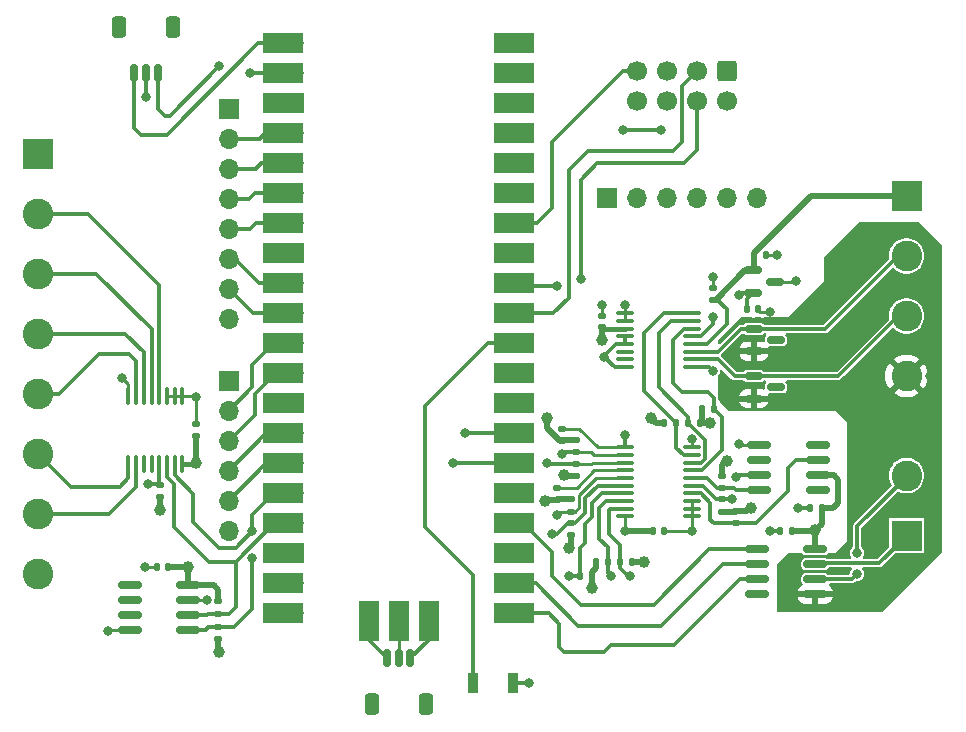
<source format=gtl>
%TF.GenerationSoftware,KiCad,Pcbnew,8.0.2*%
%TF.CreationDate,2024-09-15T12:36:31-05:00*%
%TF.ProjectId,Axis_MCU_V3,41786973-5f4d-4435-955f-56332e6b6963,rev?*%
%TF.SameCoordinates,Original*%
%TF.FileFunction,Copper,L1,Top*%
%TF.FilePolarity,Positive*%
%FSLAX46Y46*%
G04 Gerber Fmt 4.6, Leading zero omitted, Abs format (unit mm)*
G04 Created by KiCad (PCBNEW 8.0.2) date 2024-09-15 12:36:31*
%MOMM*%
%LPD*%
G01*
G04 APERTURE LIST*
G04 Aperture macros list*
%AMRoundRect*
0 Rectangle with rounded corners*
0 $1 Rounding radius*
0 $2 $3 $4 $5 $6 $7 $8 $9 X,Y pos of 4 corners*
0 Add a 4 corners polygon primitive as box body*
4,1,4,$2,$3,$4,$5,$6,$7,$8,$9,$2,$3,0*
0 Add four circle primitives for the rounded corners*
1,1,$1+$1,$2,$3*
1,1,$1+$1,$4,$5*
1,1,$1+$1,$6,$7*
1,1,$1+$1,$8,$9*
0 Add four rect primitives between the rounded corners*
20,1,$1+$1,$2,$3,$4,$5,0*
20,1,$1+$1,$4,$5,$6,$7,0*
20,1,$1+$1,$6,$7,$8,$9,0*
20,1,$1+$1,$8,$9,$2,$3,0*%
G04 Aperture macros list end*
%TA.AperFunction,ComponentPad*%
%ADD10O,1.700000X1.700000*%
%TD*%
%TA.AperFunction,SMDPad,CuDef*%
%ADD11R,3.500000X1.700000*%
%TD*%
%TA.AperFunction,ComponentPad*%
%ADD12R,1.700000X1.700000*%
%TD*%
%TA.AperFunction,SMDPad,CuDef*%
%ADD13R,1.700000X3.500000*%
%TD*%
%TA.AperFunction,SMDPad,CuDef*%
%ADD14RoundRect,0.100000X0.637500X0.100000X-0.637500X0.100000X-0.637500X-0.100000X0.637500X-0.100000X0*%
%TD*%
%TA.AperFunction,SMDPad,CuDef*%
%ADD15RoundRect,0.140000X0.170000X-0.140000X0.170000X0.140000X-0.170000X0.140000X-0.170000X-0.140000X0*%
%TD*%
%TA.AperFunction,SMDPad,CuDef*%
%ADD16RoundRect,0.150000X0.825000X0.150000X-0.825000X0.150000X-0.825000X-0.150000X0.825000X-0.150000X0*%
%TD*%
%TA.AperFunction,SMDPad,CuDef*%
%ADD17RoundRect,0.135000X0.185000X-0.135000X0.185000X0.135000X-0.185000X0.135000X-0.185000X-0.135000X0*%
%TD*%
%TA.AperFunction,SMDPad,CuDef*%
%ADD18RoundRect,0.150000X-0.587500X-0.150000X0.587500X-0.150000X0.587500X0.150000X-0.587500X0.150000X0*%
%TD*%
%TA.AperFunction,SMDPad,CuDef*%
%ADD19RoundRect,0.135000X0.135000X0.185000X-0.135000X0.185000X-0.135000X-0.185000X0.135000X-0.185000X0*%
%TD*%
%TA.AperFunction,SMDPad,CuDef*%
%ADD20RoundRect,0.100000X-0.100000X0.637500X-0.100000X-0.637500X0.100000X-0.637500X0.100000X0.637500X0*%
%TD*%
%TA.AperFunction,ComponentPad*%
%ADD21R,2.600000X2.600000*%
%TD*%
%TA.AperFunction,ComponentPad*%
%ADD22C,2.600000*%
%TD*%
%TA.AperFunction,SMDPad,CuDef*%
%ADD23RoundRect,0.135000X-0.135000X-0.185000X0.135000X-0.185000X0.135000X0.185000X-0.135000X0.185000X0*%
%TD*%
%TA.AperFunction,SMDPad,CuDef*%
%ADD24RoundRect,0.140000X0.140000X0.170000X-0.140000X0.170000X-0.140000X-0.170000X0.140000X-0.170000X0*%
%TD*%
%TA.AperFunction,SMDPad,CuDef*%
%ADD25RoundRect,0.150000X-0.825000X-0.150000X0.825000X-0.150000X0.825000X0.150000X-0.825000X0.150000X0*%
%TD*%
%TA.AperFunction,SMDPad,CuDef*%
%ADD26RoundRect,0.140000X-0.140000X-0.170000X0.140000X-0.170000X0.140000X0.170000X-0.140000X0.170000X0*%
%TD*%
%TA.AperFunction,SMDPad,CuDef*%
%ADD27RoundRect,0.135000X-0.185000X0.135000X-0.185000X-0.135000X0.185000X-0.135000X0.185000X0.135000X0*%
%TD*%
%TA.AperFunction,ComponentPad*%
%ADD28RoundRect,0.250000X-0.600000X0.600000X-0.600000X-0.600000X0.600000X-0.600000X0.600000X0.600000X0*%
%TD*%
%TA.AperFunction,ComponentPad*%
%ADD29C,1.700000*%
%TD*%
%TA.AperFunction,SMDPad,CuDef*%
%ADD30RoundRect,0.150000X-0.150000X-0.625000X0.150000X-0.625000X0.150000X0.625000X-0.150000X0.625000X0*%
%TD*%
%TA.AperFunction,SMDPad,CuDef*%
%ADD31RoundRect,0.250000X-0.350000X-0.650000X0.350000X-0.650000X0.350000X0.650000X-0.350000X0.650000X0*%
%TD*%
%TA.AperFunction,SMDPad,CuDef*%
%ADD32RoundRect,0.100000X-0.637500X-0.100000X0.637500X-0.100000X0.637500X0.100000X-0.637500X0.100000X0*%
%TD*%
%TA.AperFunction,SMDPad,CuDef*%
%ADD33RoundRect,0.150000X0.150000X0.625000X-0.150000X0.625000X-0.150000X-0.625000X0.150000X-0.625000X0*%
%TD*%
%TA.AperFunction,SMDPad,CuDef*%
%ADD34RoundRect,0.250000X0.350000X0.650000X-0.350000X0.650000X-0.350000X-0.650000X0.350000X-0.650000X0*%
%TD*%
%TA.AperFunction,SMDPad,CuDef*%
%ADD35R,0.900000X1.700000*%
%TD*%
%TA.AperFunction,ViaPad*%
%ADD36C,0.800000*%
%TD*%
%TA.AperFunction,ViaPad*%
%ADD37C,1.000000*%
%TD*%
%TA.AperFunction,Conductor*%
%ADD38C,0.250000*%
%TD*%
%TA.AperFunction,Conductor*%
%ADD39C,0.300000*%
%TD*%
%TA.AperFunction,Conductor*%
%ADD40C,0.500000*%
%TD*%
%TA.AperFunction,Conductor*%
%ADD41C,0.400000*%
%TD*%
G04 APERTURE END LIST*
D10*
%TO.P,U1,1,GPIO0*%
%TO.N,/UART_TX*%
X91110000Y-32870000D03*
D11*
X90210000Y-32870000D03*
D10*
%TO.P,U1,2,GPIO1*%
%TO.N,/UART_RX*%
X91110000Y-35410000D03*
D11*
X90210000Y-35410000D03*
D12*
%TO.P,U1,3,GND*%
%TO.N,GND*%
X91110000Y-37950000D03*
D11*
X90210000Y-37950000D03*
D10*
%TO.P,U1,4,GPIO2*%
%TO.N,/GPIO2*%
X91110000Y-40490000D03*
D11*
X90210000Y-40490000D03*
D10*
%TO.P,U1,5,GPIO3*%
%TO.N,/GPIO3*%
X91110000Y-43030000D03*
D11*
X90210000Y-43030000D03*
D10*
%TO.P,U1,6,GPIO4*%
%TO.N,/GPIO4*%
X91110000Y-45570000D03*
D11*
X90210000Y-45570000D03*
D10*
%TO.P,U1,7,GPIO5*%
%TO.N,/GPIO5*%
X91110000Y-48110000D03*
D11*
X90210000Y-48110000D03*
D12*
%TO.P,U1,8,GND*%
%TO.N,GND*%
X91110000Y-50650000D03*
D11*
X90210000Y-50650000D03*
D10*
%TO.P,U1,9,GPIO6*%
%TO.N,/GPIO6*%
X91110000Y-53190000D03*
D11*
X90210000Y-53190000D03*
D10*
%TO.P,U1,10,GPIO7*%
%TO.N,/GPIO7*%
X91110000Y-55730000D03*
D11*
X90210000Y-55730000D03*
D10*
%TO.P,U1,11,GPIO8*%
%TO.N,/SPI1_RX*%
X91110000Y-58270000D03*
D11*
X90210000Y-58270000D03*
D10*
%TO.P,U1,12,GPIO9*%
%TO.N,/~{SPI1_CS0}*%
X91110000Y-60810000D03*
D11*
X90210000Y-60810000D03*
D12*
%TO.P,U1,13,GND*%
%TO.N,GND*%
X91110000Y-63350000D03*
D11*
X90210000Y-63350000D03*
D10*
%TO.P,U1,14,GPIO10*%
%TO.N,/SPI1_SCK*%
X91110000Y-65890000D03*
D11*
X90210000Y-65890000D03*
D10*
%TO.P,U1,15,GPIO11*%
%TO.N,/SPI1_TX*%
X91110000Y-68430000D03*
D11*
X90210000Y-68430000D03*
D10*
%TO.P,U1,16,GPIO12*%
%TO.N,/I2C0_SDA*%
X91110000Y-70970000D03*
D11*
X90210000Y-70970000D03*
D10*
%TO.P,U1,17,GPIO13*%
%TO.N,/I2C0_SCL*%
X91110000Y-73510000D03*
D11*
X90210000Y-73510000D03*
D12*
%TO.P,U1,18,GND*%
%TO.N,GND*%
X91110000Y-76050000D03*
D11*
X90210000Y-76050000D03*
D10*
%TO.P,U1,19,GPIO14*%
%TO.N,/~{IO_INT}*%
X91110000Y-78590000D03*
D11*
X90210000Y-78590000D03*
D10*
%TO.P,U1,20,GPIO15*%
%TO.N,/~{SPI0_CS1}*%
X91110000Y-81130000D03*
D11*
X90210000Y-81130000D03*
D10*
%TO.P,U1,21,GPIO16*%
%TO.N,/SPI0_RX*%
X108890000Y-81130000D03*
D11*
X109790000Y-81130000D03*
D10*
%TO.P,U1,22,GPIO17*%
%TO.N,/~{SPI0_CS0}*%
X108890000Y-78590000D03*
D11*
X109790000Y-78590000D03*
D12*
%TO.P,U1,23,GND*%
%TO.N,GND*%
X108890000Y-76050000D03*
D11*
X109790000Y-76050000D03*
D10*
%TO.P,U1,24,GPIO18*%
%TO.N,/SPI0_SCK*%
X108890000Y-73510000D03*
D11*
X109790000Y-73510000D03*
D10*
%TO.P,U1,25,GPIO19*%
%TO.N,unconnected-(U1-GPIO19-Pad25)*%
X108890000Y-70970000D03*
D11*
%TO.N,unconnected-(U1-GPIO19-Pad25)_0*%
X109790000Y-70970000D03*
D10*
%TO.P,U1,26,GPIO20*%
%TO.N,/I2C1_SDA*%
X108890000Y-68430000D03*
D11*
X109790000Y-68430000D03*
D10*
%TO.P,U1,27,GPIO21*%
%TO.N,/I2C1_SCL*%
X108890000Y-65890000D03*
D11*
X109790000Y-65890000D03*
D12*
%TO.P,U1,28,GND*%
%TO.N,GND*%
X108890000Y-63350000D03*
D11*
X109790000Y-63350000D03*
D10*
%TO.P,U1,29,GPIO22*%
%TO.N,/~{MUX_INT}*%
X108890000Y-60810000D03*
D11*
X109790000Y-60810000D03*
D10*
%TO.P,U1,30,RUN*%
%TO.N,Net-(U1-RUN)*%
X108890000Y-58270000D03*
D11*
X109790000Y-58270000D03*
D10*
%TO.P,U1,31,GPIO26_ADC0*%
%TO.N,/HV_IO1*%
X108890000Y-55730000D03*
D11*
X109790000Y-55730000D03*
D10*
%TO.P,U1,32,GPIO27_ADC1*%
%TO.N,/ZC_SIG*%
X108890000Y-53190000D03*
D11*
X109790000Y-53190000D03*
D12*
%TO.P,U1,33,AGND*%
%TO.N,unconnected-(U1-AGND-Pad33)_0*%
X108890000Y-50650000D03*
D11*
%TO.N,unconnected-(U1-AGND-Pad33)*%
X109790000Y-50650000D03*
D10*
%TO.P,U1,34,GPIO28_ADC2*%
%TO.N,/HV_IO2*%
X108890000Y-48110000D03*
D11*
X109790000Y-48110000D03*
D10*
%TO.P,U1,35,ADC_VREF*%
%TO.N,unconnected-(U1-ADC_VREF-Pad35)_0*%
X108890000Y-45570000D03*
D11*
%TO.N,unconnected-(U1-ADC_VREF-Pad35)*%
X109790000Y-45570000D03*
D10*
%TO.P,U1,36,3V3_OUT*%
%TO.N,+3V3*%
X108890000Y-43030000D03*
D11*
X109790000Y-43030000D03*
D10*
%TO.P,U1,37,3V3_EN*%
%TO.N,unconnected-(U1-3V3_EN-Pad37)*%
X108890000Y-40490000D03*
D11*
%TO.N,unconnected-(U1-3V3_EN-Pad37)_0*%
X109790000Y-40490000D03*
D12*
%TO.P,U1,38,GND*%
%TO.N,GND*%
X108890000Y-37950000D03*
D11*
X109790000Y-37950000D03*
D10*
%TO.P,U1,39,VSYS*%
%TO.N,unconnected-(U1-VSYS-Pad39)*%
X108890000Y-35410000D03*
D11*
%TO.N,unconnected-(U1-VSYS-Pad39)_0*%
X109790000Y-35410000D03*
D10*
%TO.P,U1,40,VBUS*%
%TO.N,+5V*%
X108890000Y-32870000D03*
D11*
X109790000Y-32870000D03*
D10*
%TO.P,U1,41,SWCLK*%
%TO.N,/SWCLK*%
X97460000Y-80900000D03*
D13*
X97460000Y-81800000D03*
D12*
%TO.P,U1,42,GND*%
%TO.N,GND*%
X100000000Y-80900000D03*
D13*
X100000000Y-81800000D03*
D10*
%TO.P,U1,43,SWDIO*%
%TO.N,/SWDIO*%
X102540000Y-80900000D03*
D13*
X102540000Y-81800000D03*
%TD*%
D14*
%TO.P,U5,1,A0*%
%TO.N,GND*%
X124862500Y-72925000D03*
%TO.P,U5,2,A1*%
X124862500Y-72275000D03*
%TO.P,U5,3,A2*%
X124862500Y-71625000D03*
%TO.P,U5,4,~{INT0}*%
%TO.N,/~{TIMER_INT}*%
X124862500Y-70975000D03*
%TO.P,U5,5,SD0*%
%TO.N,/TIMER_SDA*%
X124862500Y-70325000D03*
%TO.P,U5,6,SC0*%
%TO.N,/TIMER_SCL*%
X124862500Y-69675000D03*
%TO.P,U5,7,~{INT1}*%
%TO.N,/~{ADS_RDY}*%
X124862500Y-69025000D03*
%TO.P,U5,8,SD1*%
%TO.N,/ADS_SDA*%
X124862500Y-68375000D03*
%TO.P,U5,9,SC1*%
%TO.N,/ADS_SCL*%
X124862500Y-67725000D03*
%TO.P,U5,10,VSS*%
%TO.N,GND*%
X124862500Y-67075000D03*
%TO.P,U5,11,~{INT2}*%
%TO.N,/~{EXT_INT}*%
X119137500Y-67075000D03*
%TO.P,U5,12,SD2*%
%TO.N,/EXT_SDA*%
X119137500Y-67725000D03*
%TO.P,U5,13,SC2*%
%TO.N,/EXT_SCL*%
X119137500Y-68375000D03*
%TO.P,U5,14,~{INT3}*%
%TO.N,/~{INT_3}*%
X119137500Y-69025000D03*
%TO.P,U5,15,SD3*%
%TO.N,/HV_SDA*%
X119137500Y-69675000D03*
%TO.P,U5,16,SC3*%
%TO.N,/HV_SCL*%
X119137500Y-70325000D03*
%TO.P,U5,17,~{INT}*%
%TO.N,/~{MUX_INT}*%
X119137500Y-70975000D03*
%TO.P,U5,18,SCL*%
%TO.N,/I2C1_SCL*%
X119137500Y-71625000D03*
%TO.P,U5,19,SDA*%
%TO.N,/I2C1_SDA*%
X119137500Y-72275000D03*
%TO.P,U5,20,VDD*%
%TO.N,+3V3*%
X119137500Y-72925000D03*
%TD*%
D15*
%TO.P,C1,1*%
%TO.N,+3V3*%
X117200000Y-56880000D03*
%TO.P,C1,2*%
%TO.N,GND*%
X117200000Y-55920000D03*
%TD*%
D16*
%TO.P,U9,1,32KHZ*%
%TO.N,unconnected-(U9-32KHZ-Pad1)*%
X135475000Y-70705000D03*
%TO.P,U9,2,VCC*%
%TO.N,+3V3*%
X135475000Y-69435000D03*
%TO.P,U9,3,~{INT}/SQW*%
%TO.N,/~{TIMER_INT}*%
X135475000Y-68165000D03*
%TO.P,U9,4,~{RST}*%
%TO.N,unconnected-(U9-~{RST}-Pad4)*%
X135475000Y-66895000D03*
%TO.P,U9,5,GND*%
%TO.N,GND*%
X130525000Y-66895000D03*
%TO.P,U9,6,VBAT*%
%TO.N,+BATT*%
X130525000Y-68165000D03*
%TO.P,U9,7,SDA*%
%TO.N,/TIMER_SDA*%
X130525000Y-69435000D03*
%TO.P,U9,8,SCL*%
%TO.N,/TIMER_SCL*%
X130525000Y-70705000D03*
%TD*%
D17*
%TO.P,R17,1*%
%TO.N,+3V3*%
X115000000Y-69510000D03*
%TO.P,R17,2*%
%TO.N,/EXT_SCL*%
X115000000Y-68490000D03*
%TD*%
%TO.P,R15,1*%
%TO.N,+3V3*%
X113400000Y-71510000D03*
%TO.P,R15,2*%
%TO.N,/~{INT_3}*%
X113400000Y-70490000D03*
%TD*%
D18*
%TO.P,D1,1,K*%
%TO.N,/ADC_0*%
X130062500Y-57050000D03*
%TO.P,D1,2,A*%
%TO.N,GND*%
X130062500Y-58950000D03*
%TO.P,D1,3*%
%TO.N,N/C*%
X131937500Y-58000000D03*
%TD*%
D17*
%TO.P,R3,1*%
%TO.N,+3V3*%
X79800000Y-71310000D03*
%TO.P,R3,2*%
%TO.N,/~{IO_INT}*%
X79800000Y-70290000D03*
%TD*%
D19*
%TO.P,R7,1*%
%TO.N,+3V3*%
X125510000Y-65000000D03*
%TO.P,R7,2*%
%TO.N,/ADS_SDA*%
X124490000Y-65000000D03*
%TD*%
D20*
%TO.P,U3,1,A0*%
%TO.N,GND*%
X81675000Y-62737500D03*
%TO.P,U3,2,A1*%
X81025000Y-62737500D03*
%TO.P,U3,3,A2*%
X80375000Y-62737500D03*
%TO.P,U3,4,P0*%
%TO.N,/IO_1*%
X79725000Y-62737500D03*
%TO.P,U3,5,P1*%
%TO.N,/IO_2*%
X79075000Y-62737500D03*
%TO.P,U3,6,P2*%
%TO.N,/IO_3*%
X78425000Y-62737500D03*
%TO.P,U3,7,P3*%
%TO.N,/IO_4*%
X77775000Y-62737500D03*
%TO.P,U3,8,GND*%
%TO.N,GND*%
X77125000Y-62737500D03*
%TO.P,U3,9,P4*%
%TO.N,/IO_5*%
X77125000Y-68462500D03*
%TO.P,U3,10,P5*%
%TO.N,/IO_6*%
X77775000Y-68462500D03*
%TO.P,U3,11,P6*%
%TO.N,unconnected-(U3-P6-Pad11)*%
X78425000Y-68462500D03*
%TO.P,U3,12,P7*%
%TO.N,unconnected-(U3-P7-Pad12)*%
X79075000Y-68462500D03*
%TO.P,U3,13,~{INT}*%
%TO.N,/~{IO_INT}*%
X79725000Y-68462500D03*
%TO.P,U3,14,SCL*%
%TO.N,/I2C0_SCL*%
X80375000Y-68462500D03*
%TO.P,U3,15,SDA*%
%TO.N,/I2C0_SDA*%
X81025000Y-68462500D03*
%TO.P,U3,16,VDD*%
%TO.N,+3V3*%
X81675000Y-68462500D03*
%TD*%
D21*
%TO.P,J3,1,Pin_1*%
%TO.N,+5V*%
X143000000Y-45780000D03*
D22*
%TO.P,J3,2,Pin_2*%
%TO.N,/ADC_0*%
X143000000Y-50860000D03*
%TO.P,J3,3,Pin_3*%
%TO.N,/ADC_1*%
X143000000Y-55940000D03*
%TO.P,J3,4,Pin_4*%
%TO.N,GND*%
X143000000Y-61020000D03*
%TD*%
D21*
%TO.P,J2,1,Pin_1*%
%TO.N,+3V3*%
X69495000Y-42220000D03*
D22*
%TO.P,J2,2,Pin_2*%
%TO.N,/IO_1*%
X69495000Y-47300000D03*
%TO.P,J2,3,Pin_3*%
%TO.N,/IO_2*%
X69495000Y-52380000D03*
%TO.P,J2,4,Pin_4*%
%TO.N,/IO_3*%
X69495000Y-57460000D03*
%TO.P,J2,5,Pin_5*%
%TO.N,/IO_4*%
X69495000Y-62540000D03*
%TO.P,J2,6,Pin_6*%
%TO.N,/IO_5*%
X69495000Y-67620000D03*
%TO.P,J2,7,Pin_7*%
%TO.N,/IO_6*%
X69495000Y-72700000D03*
%TO.P,J2,8,Pin_8*%
%TO.N,GND*%
X69495000Y-77780000D03*
%TD*%
D17*
%TO.P,R18,1*%
%TO.N,+3V3*%
X113800000Y-66510000D03*
%TO.P,R18,2*%
%TO.N,/~{EXT_INT}*%
X113800000Y-65490000D03*
%TD*%
D18*
%TO.P,D2,1,K*%
%TO.N,/ADC_1*%
X130062500Y-61050000D03*
%TO.P,D2,2,A*%
%TO.N,GND*%
X130062500Y-62950000D03*
%TO.P,D2,3*%
%TO.N,N/C*%
X131937500Y-62000000D03*
%TD*%
D23*
%TO.P,R8,1*%
%TO.N,+3V3*%
X122490000Y-65000000D03*
%TO.P,R8,2*%
%TO.N,/ADS_SCL*%
X123510000Y-65000000D03*
%TD*%
D19*
%TO.P,R4,1*%
%TO.N,+3V3*%
X119740000Y-76800000D03*
%TO.P,R4,2*%
%TO.N,/I2C1_SDA*%
X118720000Y-76800000D03*
%TD*%
D24*
%TO.P,C4,1*%
%TO.N,+3V3*%
X133280000Y-74200000D03*
%TO.P,C4,2*%
%TO.N,GND*%
X132320000Y-74200000D03*
%TD*%
D25*
%TO.P,U8,1*%
%TO.N,unconnected-(U8-Pad1)*%
X77250000Y-78730000D03*
%TO.P,U8,2*%
%TO.N,unconnected-(U8-Pad2)*%
X77250000Y-80000000D03*
%TO.P,U8,3*%
%TO.N,unconnected-(U8-Pad3)*%
X77250000Y-81270000D03*
%TO.P,U8,4,VSS*%
%TO.N,GND*%
X77250000Y-82540000D03*
%TO.P,U8,5,SDA*%
%TO.N,/I2C0_SDA*%
X82200000Y-82540000D03*
%TO.P,U8,6,SCL*%
%TO.N,/I2C0_SCL*%
X82200000Y-81270000D03*
%TO.P,U8,7,WP*%
%TO.N,GND*%
X82200000Y-80000000D03*
%TO.P,U8,8,VDD*%
%TO.N,+3V3*%
X82200000Y-78730000D03*
%TD*%
D26*
%TO.P,C9,1*%
%TO.N,/4.5V_VREF*%
X129457500Y-55400000D03*
%TO.P,C9,2*%
%TO.N,GND*%
X130417500Y-55400000D03*
%TD*%
D27*
%TO.P,R16,1*%
%TO.N,+3V3*%
X115000000Y-66490000D03*
%TO.P,R16,2*%
%TO.N,/EXT_SDA*%
X115000000Y-67510000D03*
%TD*%
D16*
%TO.P,U4,1,GND*%
%TO.N,GND*%
X135275000Y-79505000D03*
%TO.P,U4,2,T-*%
%TO.N,/THCPL1_NEG*%
X135275000Y-78235000D03*
%TO.P,U4,3,T+*%
%TO.N,/THCPL1_POS*%
X135275000Y-76965000D03*
%TO.P,U4,4,V_CC*%
%TO.N,+3V3*%
X135275000Y-75695000D03*
%TO.P,U4,5,SCK*%
%TO.N,/SPI0_SCK*%
X130325000Y-75695000D03*
%TO.P,U4,6,~{CS}*%
%TO.N,/~{SPI0_CS0}*%
X130325000Y-76965000D03*
%TO.P,U4,7,SO*%
%TO.N,/SPI0_RX*%
X130325000Y-78235000D03*
%TO.P,U4,8*%
%TO.N,N/C*%
X130325000Y-79505000D03*
%TD*%
D12*
%TO.P,J8,1,Pin_1*%
%TO.N,+5V*%
X117650000Y-46000000D03*
D10*
%TO.P,J8,2,Pin_2*%
%TO.N,+3V3*%
X120190000Y-46000000D03*
%TO.P,J8,3,Pin_3*%
%TO.N,/EXT_SDA*%
X122730000Y-46000000D03*
%TO.P,J8,4,Pin_4*%
%TO.N,/EXT_SCL*%
X125270000Y-46000000D03*
%TO.P,J8,5,Pin_5*%
%TO.N,/~{EXT_INT}*%
X127810000Y-46000000D03*
%TO.P,J8,6,Pin_6*%
%TO.N,GND*%
X130350000Y-46000000D03*
%TD*%
D27*
%TO.P,R2,1*%
%TO.N,+3V3*%
X84725000Y-80125000D03*
%TO.P,R2,2*%
%TO.N,/I2C0_SCL*%
X84725000Y-81145000D03*
%TD*%
D28*
%TO.P,J10,1,Pin_1*%
%TO.N,+5V*%
X127810000Y-35200000D03*
D29*
%TO.P,J10,2,Pin_2*%
%TO.N,+3V3*%
X127810000Y-37740000D03*
%TO.P,J10,3,Pin_3*%
%TO.N,/HV_IO1*%
X125270000Y-35200000D03*
%TO.P,J10,4,Pin_4*%
%TO.N,/ZC_SIG*%
X125270000Y-37740000D03*
%TO.P,J10,5,Pin_5*%
%TO.N,/HV_SDA*%
X122730000Y-35200000D03*
%TO.P,J10,6,Pin_6*%
%TO.N,/HV_SCL*%
X122730000Y-37740000D03*
%TO.P,J10,7,Pin_7*%
%TO.N,/HV_IO2*%
X120190000Y-35200000D03*
%TO.P,J10,8,Pin_8*%
%TO.N,GND*%
X120190000Y-37740000D03*
%TD*%
D18*
%TO.P,U7,1,IN*%
%TO.N,+5V*%
X130000000Y-52100000D03*
%TO.P,U7,2,OUT*%
%TO.N,/4.5V_VREF*%
X130000000Y-54000000D03*
%TO.P,U7,3,GND*%
%TO.N,GND*%
X131875000Y-53050000D03*
%TD*%
D15*
%TO.P,C2,1*%
%TO.N,+5V*%
X126600000Y-54560000D03*
%TO.P,C2,2*%
%TO.N,GND*%
X126600000Y-53600000D03*
%TD*%
D21*
%TO.P,J5,1,Pin_1*%
%TO.N,/THCPL1_POS*%
X143000000Y-74545000D03*
D22*
%TO.P,J5,2,Pin_2*%
%TO.N,/THCPL1_NEG*%
X143000000Y-69465000D03*
%TD*%
D17*
%TO.P,R14,1*%
%TO.N,+3V3*%
X114600000Y-74510000D03*
%TO.P,R14,2*%
%TO.N,/HV_SCL*%
X114600000Y-73490000D03*
%TD*%
D27*
%TO.P,R12,1*%
%TO.N,+3V3*%
X128600000Y-72490000D03*
%TO.P,R12,2*%
%TO.N,/~{TIMER_INT}*%
X128600000Y-73510000D03*
%TD*%
D19*
%TO.P,R6,1*%
%TO.N,+3V3*%
X116400000Y-78000000D03*
%TO.P,R6,2*%
%TO.N,/~{MUX_INT}*%
X115380000Y-78000000D03*
%TD*%
D27*
%TO.P,R13,1*%
%TO.N,+3V3*%
X114600000Y-71490000D03*
%TO.P,R13,2*%
%TO.N,/HV_SDA*%
X114600000Y-72510000D03*
%TD*%
D24*
%TO.P,C10,1*%
%TO.N,+3V3*%
X135800000Y-72200000D03*
%TO.P,C10,2*%
%TO.N,GND*%
X134840000Y-72200000D03*
%TD*%
%TO.P,C7,1*%
%TO.N,+3V3*%
X80480000Y-77200000D03*
%TO.P,C7,2*%
%TO.N,GND*%
X79520000Y-77200000D03*
%TD*%
D12*
%TO.P,J9,1,Pin_1*%
%TO.N,+3V3*%
X85600000Y-38420000D03*
D10*
%TO.P,J9,2,Pin_2*%
%TO.N,/GPIO2*%
X85600000Y-40960000D03*
%TO.P,J9,3,Pin_3*%
%TO.N,/GPIO3*%
X85600000Y-43500000D03*
%TO.P,J9,4,Pin_4*%
%TO.N,/GPIO4*%
X85600000Y-46040000D03*
%TO.P,J9,5,Pin_5*%
%TO.N,/GPIO5*%
X85600000Y-48580000D03*
%TO.P,J9,6,Pin_6*%
%TO.N,/GPIO6*%
X85600000Y-51120000D03*
%TO.P,J9,7,Pin_7*%
%TO.N,/GPIO7*%
X85600000Y-53660000D03*
%TO.P,J9,8,Pin_8*%
%TO.N,GND*%
X85600000Y-56200000D03*
%TD*%
D30*
%TO.P,J1,1,Pin_1*%
%TO.N,/SWCLK*%
X99000000Y-84925000D03*
%TO.P,J1,2,Pin_2*%
%TO.N,GND*%
X100000000Y-84925000D03*
%TO.P,J1,3,Pin_3*%
%TO.N,/SWDIO*%
X101000000Y-84925000D03*
D31*
%TO.P,J1,MP*%
%TO.N,N/C*%
X97700000Y-88800000D03*
X102300000Y-88800000D03*
%TD*%
D32*
%TO.P,U2,1,A0*%
%TO.N,GND*%
X119137500Y-55725000D03*
%TO.P,U2,2,A1*%
X119137500Y-56375000D03*
%TO.P,U2,3,~{RESET}*%
%TO.N,+3V3*%
X119137500Y-57025000D03*
%TO.P,U2,4,DGND*%
%TO.N,GND*%
X119137500Y-57675000D03*
%TO.P,U2,5,AGND*%
X119137500Y-58325000D03*
%TO.P,U2,6,AIN3*%
%TO.N,unconnected-(U2-AIN3-Pad6)*%
X119137500Y-58975000D03*
%TO.P,U2,7,AIN2*%
%TO.N,unconnected-(U2-AIN2-Pad7)*%
X119137500Y-59625000D03*
%TO.P,U2,8,REFN*%
%TO.N,GND*%
X119137500Y-60275000D03*
%TO.P,U2,9,REFP*%
%TO.N,/4.5V_VREF*%
X124862500Y-60275000D03*
%TO.P,U2,10,AIN1*%
%TO.N,/ADC_1*%
X124862500Y-59625000D03*
%TO.P,U2,11,AIN0*%
%TO.N,/ADC_0*%
X124862500Y-58975000D03*
%TO.P,U2,12,AVDD*%
%TO.N,+5V*%
X124862500Y-58325000D03*
%TO.P,U2,13,DVDD*%
%TO.N,+3V3*%
X124862500Y-57675000D03*
%TO.P,U2,14,~{DRDY}*%
%TO.N,/~{ADS_RDY}*%
X124862500Y-57025000D03*
%TO.P,U2,15,SDA*%
%TO.N,/ADS_SDA*%
X124862500Y-56375000D03*
%TO.P,U2,16,SCL*%
%TO.N,/ADS_SCL*%
X124862500Y-55725000D03*
%TD*%
D27*
%TO.P,R11,1*%
%TO.N,+3V3*%
X127400000Y-69490000D03*
%TO.P,R11,2*%
%TO.N,/TIMER_SCL*%
X127400000Y-70510000D03*
%TD*%
D26*
%TO.P,C8,1*%
%TO.N,+5V*%
X130120000Y-50800000D03*
%TO.P,C8,2*%
%TO.N,GND*%
X131080000Y-50800000D03*
%TD*%
D33*
%TO.P,J4,1,Pin_1*%
%TO.N,/UART_RX*%
X79600000Y-35400000D03*
%TO.P,J4,2,Pin_2*%
%TO.N,GND*%
X78600000Y-35400000D03*
%TO.P,J4,3,Pin_3*%
%TO.N,/UART_TX*%
X77600000Y-35400000D03*
D34*
%TO.P,J4,MP*%
%TO.N,N/C*%
X80900000Y-31525000D03*
X76300000Y-31525000D03*
%TD*%
D17*
%TO.P,R10,1*%
%TO.N,+3V3*%
X127400000Y-72510000D03*
%TO.P,R10,2*%
%TO.N,/TIMER_SDA*%
X127400000Y-71490000D03*
%TD*%
D26*
%TO.P,C5,1*%
%TO.N,+3V3*%
X121520000Y-74200000D03*
%TO.P,C5,2*%
%TO.N,GND*%
X122480000Y-74200000D03*
%TD*%
D35*
%TO.P,SW1,1,1*%
%TO.N,GND*%
X109700000Y-87000000D03*
%TO.P,SW1,2,2*%
%TO.N,Net-(U1-RUN)*%
X106300000Y-87000000D03*
%TD*%
D17*
%TO.P,R1,1*%
%TO.N,+3V3*%
X84725000Y-83345000D03*
%TO.P,R1,2*%
%TO.N,/I2C0_SDA*%
X84725000Y-82325000D03*
%TD*%
D23*
%TO.P,R5,1*%
%TO.N,+3V3*%
X116720000Y-76800000D03*
%TO.P,R5,2*%
%TO.N,/I2C1_SCL*%
X117740000Y-76800000D03*
%TD*%
D12*
%TO.P,J7,1,Pin_1*%
%TO.N,+3V3*%
X85600000Y-61460000D03*
D10*
%TO.P,J7,2,Pin_2*%
%TO.N,/SPI1_RX*%
X85600000Y-64000000D03*
%TO.P,J7,3,Pin_3*%
%TO.N,/~{SPI1_CS0}*%
X85600000Y-66540000D03*
%TO.P,J7,4,Pin_4*%
%TO.N,/SPI1_SCK*%
X85600000Y-69080000D03*
%TO.P,J7,5,Pin_5*%
%TO.N,/SPI1_TX*%
X85600000Y-71620000D03*
%TO.P,J7,6,Pin_6*%
%TO.N,GND*%
X85600000Y-74160000D03*
%TD*%
D15*
%TO.P,C3,1*%
%TO.N,+3V3*%
X82800000Y-66080000D03*
%TO.P,C3,2*%
%TO.N,GND*%
X82800000Y-65120000D03*
%TD*%
D23*
%TO.P,R9,1*%
%TO.N,+3V3*%
X125690000Y-63800000D03*
%TO.P,R9,2*%
%TO.N,/~{ADS_RDY}*%
X126710000Y-63800000D03*
%TD*%
D36*
%TO.N,GND*%
X142000000Y-65000000D03*
X140000000Y-80000000D03*
X145000000Y-61000000D03*
X119200000Y-55000000D03*
X145000000Y-57000000D03*
X133000000Y-59000000D03*
X135000000Y-59000000D03*
X137400000Y-79600000D03*
X78525000Y-77235000D03*
X140000000Y-69000000D03*
X124800000Y-74200000D03*
X144000000Y-65000000D03*
X139000000Y-57000000D03*
X133000000Y-78000000D03*
X131400000Y-55600000D03*
X128000000Y-62000000D03*
X78600000Y-37400000D03*
X137000000Y-53000000D03*
X145000000Y-51000000D03*
X135000000Y-55000000D03*
X83800000Y-80000000D03*
X128600000Y-59000000D03*
X117400000Y-59400000D03*
X128600000Y-63000000D03*
X128800000Y-66800000D03*
X133800000Y-72200000D03*
X139000000Y-61000000D03*
X82800000Y-62800000D03*
X75400000Y-82600000D03*
X139000000Y-51000000D03*
X111000000Y-87000000D03*
X140000000Y-75000000D03*
X132000000Y-50800000D03*
X117200000Y-55000000D03*
X126600000Y-52680000D03*
X124800000Y-66400000D03*
X137000000Y-59000000D03*
X133000000Y-63000000D03*
X137000000Y-63000000D03*
X140000000Y-65000000D03*
X131400000Y-74200000D03*
X76600000Y-61200000D03*
X135000000Y-63000000D03*
X133600000Y-53000000D03*
D37*
%TO.N,+3V3*%
X126400000Y-65000000D03*
D36*
X119200000Y-74200000D03*
D37*
X82200000Y-77200000D03*
X135275000Y-74075000D03*
X84800000Y-84400000D03*
X129800000Y-72200000D03*
D36*
X126600000Y-56000000D03*
D37*
X121400000Y-64600000D03*
X82800000Y-68400000D03*
X116400000Y-79000000D03*
X114400000Y-75600000D03*
X114000000Y-69400000D03*
X79800000Y-72400000D03*
X127800000Y-68200000D03*
X112400000Y-71600000D03*
X112600000Y-64600000D03*
X120800000Y-76800000D03*
X117200000Y-58000000D03*
D36*
%TO.N,/4.5V_VREF*%
X126600000Y-60600000D03*
X128800000Y-54200000D03*
%TO.N,/UART_RX*%
X87400000Y-35400000D03*
X84800000Y-34800000D03*
%TO.N,/THCPL1_NEG*%
X138800000Y-76000000D03*
X138800000Y-77800000D03*
%TO.N,/EXT_SCL*%
X112600000Y-68400000D03*
%TO.N,/I2C0_SDA*%
X87610331Y-76410331D03*
X87600000Y-74200000D03*
%TO.N,/EXT_SDA*%
X113800000Y-67600000D03*
%TO.N,/~{EXT_INT}*%
X119200000Y-66000000D03*
%TO.N,/I2C1_SDA*%
X119600000Y-78000000D03*
X104600000Y-68430000D03*
%TO.N,/I2C1_SCL*%
X105600000Y-65890000D03*
X118000000Y-78000000D03*
%TO.N,/ZC_SIG*%
X113400000Y-53400000D03*
X115400000Y-52800000D03*
%TO.N,/HV_SCL*%
X122200000Y-40200000D03*
X113000000Y-74400000D03*
X119000000Y-40200000D03*
%TO.N,/HV_SDA*%
X113400000Y-72800000D03*
%TO.N,/~{IO_INT}*%
X78800000Y-70200000D03*
%TO.N,/~{MUX_INT}*%
X114400000Y-78000000D03*
%TO.N,/TIMER_SDA*%
X128200000Y-71490000D03*
X128600000Y-69600000D03*
%TD*%
D38*
%TO.N,GND*%
X128895000Y-66895000D02*
X128800000Y-66800000D01*
X126600000Y-53600000D02*
X126600000Y-52680000D01*
X119137500Y-56375000D02*
X119137500Y-55725000D01*
X128650000Y-58950000D02*
X128600000Y-59000000D01*
D39*
X137305000Y-79505000D02*
X137400000Y-79600000D01*
X118400001Y-58325000D02*
X117400000Y-59325001D01*
X109700000Y-87000000D02*
X111000000Y-87000000D01*
D38*
X119137500Y-55062500D02*
X119200000Y-55000000D01*
X124862500Y-71625000D02*
X124862500Y-72925000D01*
D39*
X119137500Y-60275000D02*
X118275000Y-60275000D01*
D38*
X124862500Y-67075000D02*
X124862500Y-66462500D01*
X117200000Y-55920000D02*
X117200000Y-55000000D01*
X77250000Y-82540000D02*
X75460000Y-82540000D01*
X131080000Y-50800000D02*
X132000000Y-50800000D01*
X124862500Y-72925000D02*
X124862500Y-74137500D01*
X100000000Y-84925000D02*
X100000000Y-80900000D01*
X124862500Y-66462500D02*
X124800000Y-66400000D01*
X131875000Y-53050000D02*
X133550000Y-53050000D01*
X124862500Y-74137500D02*
X124800000Y-74200000D01*
X82200000Y-80000000D02*
X83800000Y-80000000D01*
X77125000Y-61725000D02*
X77125000Y-62737500D01*
D39*
X119137500Y-57675000D02*
X119137500Y-58325000D01*
D38*
X128650000Y-62950000D02*
X128600000Y-63000000D01*
X79520000Y-77200000D02*
X78560000Y-77200000D01*
X80375000Y-62737500D02*
X82737500Y-62737500D01*
D39*
X78600000Y-35400000D02*
X78600000Y-37400000D01*
X117400000Y-59325001D02*
X117400000Y-59400000D01*
X132320000Y-74200000D02*
X131400000Y-74200000D01*
D38*
X130525000Y-66895000D02*
X128895000Y-66895000D01*
X133550000Y-53050000D02*
X133600000Y-53000000D01*
X119137500Y-55725000D02*
X119137500Y-55062500D01*
X76600000Y-61200000D02*
X77125000Y-61725000D01*
D39*
X119137500Y-58325000D02*
X118400001Y-58325000D01*
D38*
X122480000Y-74200000D02*
X124800000Y-74200000D01*
X130062500Y-62950000D02*
X128650000Y-62950000D01*
X130062500Y-58950000D02*
X128650000Y-58950000D01*
X75460000Y-82540000D02*
X75400000Y-82600000D01*
D39*
X134840000Y-72200000D02*
X133800000Y-72200000D01*
D38*
X82800000Y-65120000D02*
X82800000Y-62800000D01*
X78560000Y-77200000D02*
X78525000Y-77235000D01*
D39*
X135275000Y-79505000D02*
X137305000Y-79505000D01*
X118275000Y-60275000D02*
X117400000Y-59400000D01*
D38*
X82737500Y-62737500D02*
X82800000Y-62800000D01*
D39*
%TO.N,+5V*%
X126960000Y-54560000D02*
X127800000Y-55400000D01*
D40*
X126840000Y-54560000D02*
X126600000Y-54560000D01*
X130120000Y-51980000D02*
X130000000Y-52100000D01*
D39*
X126600000Y-54560000D02*
X126960000Y-54560000D01*
D40*
X134951734Y-45780000D02*
X142295000Y-45780000D01*
D39*
X127800000Y-55400000D02*
X127800000Y-56600000D01*
X126075000Y-58325000D02*
X127800000Y-56600000D01*
D40*
X129300000Y-52100000D02*
X126840000Y-54560000D01*
D39*
X124862500Y-58325000D02*
X126075000Y-58325000D01*
D40*
X130120000Y-50800000D02*
X130120000Y-51980000D01*
X130000000Y-52100000D02*
X129300000Y-52100000D01*
X130120000Y-50611734D02*
X134951734Y-45780000D01*
X130120000Y-50800000D02*
X130120000Y-50611734D01*
D38*
%TO.N,+3V3*%
X119200000Y-74200000D02*
X119137500Y-74137500D01*
D40*
X129510000Y-72490000D02*
X129800000Y-72200000D01*
X122490000Y-65000000D02*
X121800000Y-65000000D01*
X112600000Y-65441056D02*
X113668944Y-66510000D01*
X135475000Y-69435000D02*
X136835000Y-69435000D01*
X115000000Y-66490000D02*
X113820000Y-66490000D01*
X127400000Y-72510000D02*
X128580000Y-72510000D01*
X115000000Y-69510000D02*
X114110000Y-69510000D01*
D41*
X81675000Y-68462500D02*
X82737500Y-68462500D01*
D40*
X114600000Y-71490000D02*
X113420000Y-71490000D01*
X84725000Y-84325000D02*
X84800000Y-84400000D01*
X113668944Y-66510000D02*
X113800000Y-66510000D01*
X135275000Y-74075000D02*
X135275000Y-75695000D01*
X80480000Y-77200000D02*
X82200000Y-77200000D01*
X127400000Y-69490000D02*
X127400000Y-68600000D01*
X82800000Y-66080000D02*
X82800000Y-68400000D01*
D41*
X82737500Y-68462500D02*
X82800000Y-68400000D01*
D40*
X135800000Y-73550000D02*
X135800000Y-72200000D01*
X114600000Y-75400000D02*
X114400000Y-75600000D01*
X137200000Y-71800000D02*
X136800000Y-72200000D01*
X114110000Y-69510000D02*
X114000000Y-69400000D01*
X119800000Y-76800000D02*
X120800000Y-76800000D01*
X128600000Y-72490000D02*
X129510000Y-72490000D01*
X116400000Y-78000000D02*
X116400000Y-79000000D01*
X112490000Y-71510000D02*
X112400000Y-71600000D01*
D39*
X125599999Y-57675000D02*
X124862500Y-57675000D01*
D40*
X135275000Y-74075000D02*
X135150000Y-74200000D01*
D38*
X119137500Y-74137500D02*
X119137500Y-72925000D01*
D39*
X126600000Y-56000000D02*
X126600000Y-56674999D01*
D40*
X125510000Y-65000000D02*
X126400000Y-65000000D01*
X121520000Y-74200000D02*
X119200000Y-74200000D01*
X125690000Y-63800000D02*
X125690000Y-64820000D01*
X137200000Y-69800000D02*
X137200000Y-71800000D01*
D41*
X119137500Y-57025000D02*
X117345000Y-57025000D01*
D40*
X127400000Y-68600000D02*
X127800000Y-68200000D01*
X84330000Y-78730000D02*
X84725000Y-79125000D01*
X125690000Y-64820000D02*
X125510000Y-65000000D01*
X84725000Y-79125000D02*
X84725000Y-80125000D01*
X116720000Y-77280000D02*
X116720000Y-76800000D01*
X117200000Y-58000000D02*
X117200000Y-56880000D01*
X113820000Y-66490000D02*
X113800000Y-66510000D01*
X113420000Y-71490000D02*
X113400000Y-71510000D01*
X82200000Y-78730000D02*
X84330000Y-78730000D01*
D39*
X126600000Y-56674999D02*
X125599999Y-57675000D01*
D40*
X112600000Y-64600000D02*
X112600000Y-65441056D01*
X117345000Y-57025000D02*
X117200000Y-56880000D01*
X135150000Y-74200000D02*
X133280000Y-74200000D01*
X113400000Y-71510000D02*
X112490000Y-71510000D01*
X136835000Y-69435000D02*
X137200000Y-69800000D01*
X121800000Y-65000000D02*
X121400000Y-64600000D01*
X116400000Y-78000000D02*
X116400000Y-77600000D01*
X114600000Y-74510000D02*
X114600000Y-75400000D01*
X82200000Y-78730000D02*
X82200000Y-77200000D01*
X135275000Y-74075000D02*
X135800000Y-73550000D01*
X116400000Y-77600000D02*
X116720000Y-77280000D01*
X128580000Y-72510000D02*
X128600000Y-72490000D01*
X84725000Y-83345000D02*
X84725000Y-84325000D01*
X136800000Y-72200000D02*
X135800000Y-72200000D01*
X79800000Y-71310000D02*
X79800000Y-72400000D01*
D39*
%TO.N,/4.5V_VREF*%
X129000000Y-54000000D02*
X128800000Y-54200000D01*
X124862500Y-60275000D02*
X126275000Y-60275000D01*
X130000000Y-54000000D02*
X129457500Y-54542500D01*
X126275000Y-60275000D02*
X126600000Y-60600000D01*
X130000000Y-54000000D02*
X129000000Y-54000000D01*
X129457500Y-54542500D02*
X129457500Y-55400000D01*
%TO.N,/SWDIO*%
X102540000Y-83385000D02*
X102540000Y-80900000D01*
X101000000Y-84925000D02*
X102540000Y-83385000D01*
%TO.N,/SWCLK*%
X97460000Y-83385000D02*
X97460000Y-80900000D01*
X99000000Y-84925000D02*
X97460000Y-83385000D01*
%TO.N,/UART_RX*%
X80200000Y-39000000D02*
X80600000Y-39000000D01*
X79600000Y-35400000D02*
X79600000Y-38400000D01*
X79600000Y-38400000D02*
X80200000Y-39000000D01*
X80600000Y-39000000D02*
X84800000Y-34800000D01*
X91110000Y-35410000D02*
X87410000Y-35410000D01*
X87410000Y-35410000D02*
X87400000Y-35400000D01*
%TO.N,/UART_TX*%
X91110000Y-32870000D02*
X88130000Y-32870000D01*
X77600000Y-40000000D02*
X77600000Y-35400000D01*
X88130000Y-32870000D02*
X80400000Y-40600000D01*
X80400000Y-40600000D02*
X78200000Y-40600000D01*
X78200000Y-40600000D02*
X77600000Y-40000000D01*
%TO.N,/THCPL1_NEG*%
X138365000Y-78235000D02*
X135275000Y-78235000D01*
X143105000Y-69465000D02*
X138800000Y-73770000D01*
X138800000Y-77800000D02*
X138365000Y-78235000D01*
X138800000Y-73770000D02*
X138800000Y-76000000D01*
%TO.N,/THCPL1_POS*%
X140665687Y-76879313D02*
X143000000Y-74545000D01*
X135275000Y-76965000D02*
X135360687Y-76879313D01*
X135360687Y-76879313D02*
X140665687Y-76879313D01*
%TO.N,/ADC_0*%
X130062500Y-57050000D02*
X136105000Y-57050000D01*
X136105000Y-57050000D02*
X142295000Y-50860000D01*
X127025000Y-58975000D02*
X128950000Y-57050000D01*
X128950000Y-57050000D02*
X130062500Y-57050000D01*
X124862500Y-58975000D02*
X127025000Y-58975000D01*
X142295000Y-50860000D02*
X143000000Y-50860000D01*
%TO.N,/IO_1*%
X79725000Y-62737500D02*
X79725000Y-53325000D01*
X73700000Y-47300000D02*
X69495000Y-47300000D01*
X79725000Y-53325000D02*
X73700000Y-47300000D01*
%TO.N,/IO_2*%
X79075000Y-62737500D02*
X79075000Y-57075000D01*
X79075000Y-57075000D02*
X74380000Y-52380000D01*
X74380000Y-52380000D02*
X69495000Y-52380000D01*
%TO.N,/IO_3*%
X76860000Y-57460000D02*
X69495000Y-57460000D01*
X78425000Y-59025000D02*
X76860000Y-57460000D01*
X78425000Y-62737500D02*
X78425000Y-59025000D01*
%TO.N,/IO_5*%
X77125000Y-69675000D02*
X76400000Y-70400000D01*
X72275000Y-70400000D02*
X69495000Y-67620000D01*
X76400000Y-70400000D02*
X72275000Y-70400000D01*
X77125000Y-68462500D02*
X77125000Y-69675000D01*
%TO.N,/IO_4*%
X71260000Y-62540000D02*
X69495000Y-62540000D01*
X74600000Y-59200000D02*
X71260000Y-62540000D01*
X77775000Y-59775000D02*
X77200000Y-59200000D01*
X77775000Y-62737500D02*
X77775000Y-59775000D01*
X77200000Y-59200000D02*
X74600000Y-59200000D01*
%TO.N,/ADC_1*%
X124862500Y-59625000D02*
X127025000Y-59625000D01*
X143000000Y-55940000D02*
X142295000Y-55940000D01*
X127025000Y-59625000D02*
X128450000Y-61050000D01*
X128450000Y-61050000D02*
X130062500Y-61050000D01*
X137185000Y-61050000D02*
X130062500Y-61050000D01*
X142295000Y-55940000D02*
X137185000Y-61050000D01*
%TO.N,/~{SPI1_CS0}*%
X89590000Y-60810000D02*
X87800000Y-62600000D01*
X91110000Y-60810000D02*
X89590000Y-60810000D01*
X87800000Y-64340000D02*
X85600000Y-66540000D01*
X87800000Y-62600000D02*
X87800000Y-64340000D01*
%TO.N,/EXT_SCL*%
X112690000Y-68490000D02*
X115000000Y-68490000D01*
D38*
X116310000Y-68490000D02*
X115000000Y-68490000D01*
X119137500Y-68375000D02*
X116425000Y-68375000D01*
D39*
X112600000Y-68400000D02*
X112690000Y-68490000D01*
D38*
X116425000Y-68375000D02*
X116310000Y-68490000D01*
D39*
%TO.N,/I2C0_SCL*%
X83855000Y-81145000D02*
X84725000Y-81145000D01*
X83960000Y-76760000D02*
X86200000Y-76760000D01*
X81000000Y-73800000D02*
X83960000Y-76760000D01*
X86200000Y-76760000D02*
X89450000Y-73510000D01*
X80375000Y-69589168D02*
X81000000Y-70214168D01*
X84725000Y-81145000D02*
X85655000Y-81145000D01*
X82200000Y-81270000D02*
X83730000Y-81270000D01*
X89450000Y-73510000D02*
X91110000Y-73510000D01*
X80375000Y-68462500D02*
X80375000Y-69589168D01*
X86200000Y-80600000D02*
X86200000Y-76760000D01*
X85655000Y-81145000D02*
X86200000Y-80600000D01*
X83730000Y-81270000D02*
X83855000Y-81145000D01*
X81000000Y-70214168D02*
X81000000Y-73800000D01*
%TO.N,/I2C0_SDA*%
X82600000Y-71000000D02*
X82600000Y-73400000D01*
X87610331Y-80789669D02*
X86075000Y-82325000D01*
X82200000Y-82540000D02*
X83660000Y-82540000D01*
X86200000Y-75600000D02*
X87600000Y-74200000D01*
X83660000Y-82540000D02*
X83875000Y-82325000D01*
X81025000Y-68462500D02*
X81025000Y-69425000D01*
X81025000Y-69425000D02*
X82600000Y-71000000D01*
X89450000Y-70970000D02*
X87600000Y-72820000D01*
X87600000Y-72820000D02*
X87600000Y-74200000D01*
X83875000Y-82325000D02*
X84725000Y-82325000D01*
X84800000Y-75600000D02*
X86200000Y-75600000D01*
X91110000Y-70970000D02*
X89450000Y-70970000D01*
X86075000Y-82325000D02*
X84725000Y-82325000D01*
X82600000Y-73400000D02*
X84800000Y-75600000D01*
X87610331Y-76410331D02*
X87610331Y-80789669D01*
D38*
%TO.N,/EXT_SDA*%
X116525000Y-67725000D02*
X116310000Y-67510000D01*
X119137500Y-67725000D02*
X116525000Y-67725000D01*
D39*
X113890000Y-67510000D02*
X113800000Y-67600000D01*
D38*
X116310000Y-67510000D02*
X115000000Y-67510000D01*
D39*
X115000000Y-67510000D02*
X113890000Y-67510000D01*
D38*
%TO.N,/~{EXT_INT}*%
X115290000Y-65490000D02*
X113800000Y-65490000D01*
X119137500Y-67075000D02*
X116875000Y-67075000D01*
X116875000Y-67075000D02*
X115290000Y-65490000D01*
D39*
X119137500Y-67075000D02*
X119137500Y-66062500D01*
X119137500Y-66062500D02*
X119200000Y-66000000D01*
%TO.N,/I2C1_SDA*%
X118720000Y-77320000D02*
X118720000Y-76800000D01*
X119137500Y-72275000D02*
X117925000Y-72275000D01*
X104600000Y-68430000D02*
X108890000Y-68430000D01*
X117800000Y-74400000D02*
X118720000Y-75320000D01*
X118720000Y-75320000D02*
X118720000Y-76800000D01*
X119600000Y-78000000D02*
X119400000Y-78000000D01*
X119400000Y-78000000D02*
X118720000Y-77320000D01*
X117925000Y-72275000D02*
X117800000Y-72400000D01*
X117800000Y-72400000D02*
X117800000Y-74400000D01*
%TO.N,/SPI0_RX*%
X118000000Y-83800000D02*
X117400000Y-84400000D01*
X113600000Y-82000000D02*
X112730000Y-81130000D01*
X112730000Y-81130000D02*
X108890000Y-81130000D01*
X117400000Y-84400000D02*
X114000000Y-84400000D01*
X128865000Y-78235000D02*
X123300000Y-83800000D01*
X113600000Y-84000000D02*
X113600000Y-82000000D01*
X114000000Y-84400000D02*
X113600000Y-84000000D01*
X123300000Y-83800000D02*
X118000000Y-83800000D01*
X130325000Y-78235000D02*
X128865000Y-78235000D01*
%TO.N,/SPI0_SCK*%
X113000000Y-78000000D02*
X115400000Y-80400000D01*
X113000000Y-75960000D02*
X113000000Y-78000000D01*
X121600000Y-80400000D02*
X126305000Y-75695000D01*
X108890000Y-73510000D02*
X110550000Y-73510000D01*
X115400000Y-80400000D02*
X121600000Y-80400000D01*
X110550000Y-73510000D02*
X113000000Y-75960000D01*
X126305000Y-75695000D02*
X130325000Y-75695000D01*
%TO.N,/I2C1_SCL*%
X117740000Y-75540000D02*
X117740000Y-76800000D01*
X117575000Y-71625000D02*
X117000000Y-72200000D01*
X117000000Y-72200000D02*
X117000000Y-74800000D01*
X117000000Y-74800000D02*
X117740000Y-75540000D01*
X105600000Y-65890000D02*
X108890000Y-65890000D01*
X117740000Y-76800000D02*
X117740000Y-77740000D01*
X119137500Y-71625000D02*
X117575000Y-71625000D01*
X117740000Y-77740000D02*
X118000000Y-78000000D01*
%TO.N,/GPIO2*%
X88710000Y-40490000D02*
X88240000Y-40960000D01*
X88240000Y-40960000D02*
X85600000Y-40960000D01*
X91110000Y-40490000D02*
X88710000Y-40490000D01*
%TO.N,/ZC_SIG*%
X116800000Y-43000000D02*
X115400000Y-44400000D01*
X125270000Y-41930000D02*
X124200000Y-43000000D01*
X113400000Y-53400000D02*
X109100000Y-53400000D01*
X125270000Y-37740000D02*
X125270000Y-41930000D01*
X115400000Y-44400000D02*
X115400000Y-52800000D01*
X124200000Y-43000000D02*
X116800000Y-43000000D01*
X109100000Y-53400000D02*
X108890000Y-53190000D01*
%TO.N,/HV_SCL*%
X113000000Y-74400000D02*
X113400000Y-74400000D01*
X115800000Y-71400000D02*
X115800000Y-72600000D01*
X113400000Y-74400000D02*
X114310000Y-73490000D01*
X119137500Y-70325000D02*
X116875000Y-70325000D01*
X114910000Y-73490000D02*
X114600000Y-73490000D01*
X116875000Y-70325000D02*
X115800000Y-71400000D01*
X115800000Y-72600000D02*
X114910000Y-73490000D01*
X114310000Y-73490000D02*
X114600000Y-73490000D01*
X119000000Y-40200000D02*
X122200000Y-40200000D01*
D38*
%TO.N,/HV_SDA*%
X115286316Y-72168684D02*
X114945000Y-72510000D01*
X119137500Y-69675000D02*
X116725000Y-69675000D01*
X114945000Y-72510000D02*
X114600000Y-72510000D01*
X115286316Y-71113684D02*
X115286316Y-72168684D01*
X113690000Y-72510000D02*
X113400000Y-72800000D01*
X114600000Y-72510000D02*
X113690000Y-72510000D01*
X116725000Y-69675000D02*
X115286316Y-71113684D01*
D39*
%TO.N,/~{IO_INT}*%
X79710000Y-70200000D02*
X79800000Y-70290000D01*
X79725000Y-70215000D02*
X79800000Y-70290000D01*
X78800000Y-70200000D02*
X79710000Y-70200000D01*
X79725000Y-68462500D02*
X79725000Y-70215000D01*
%TO.N,/~{MUX_INT}*%
X116400000Y-73000000D02*
X115800000Y-73600000D01*
X115380000Y-75620000D02*
X115380000Y-78000000D01*
X115800000Y-75200000D02*
X115380000Y-75620000D01*
X115800000Y-73600000D02*
X115800000Y-75200000D01*
X119137500Y-70975000D02*
X117225000Y-70975000D01*
X116400000Y-71800000D02*
X116400000Y-73000000D01*
X114400000Y-78000000D02*
X115380000Y-78000000D01*
X117225000Y-70975000D02*
X116400000Y-71800000D01*
%TO.N,/ADS_SDA*%
X125950000Y-68024999D02*
X125950000Y-66460000D01*
X123025000Y-56375000D02*
X122000000Y-57400000D01*
X125950000Y-66460000D02*
X124490000Y-65000000D01*
X122000000Y-57400000D02*
X122000000Y-62000000D01*
X124490000Y-64490000D02*
X124490000Y-65000000D01*
X125599999Y-68375000D02*
X125950000Y-68024999D01*
X124862500Y-56375000D02*
X123025000Y-56375000D01*
X124862500Y-68375000D02*
X125599999Y-68375000D01*
X122000000Y-62000000D02*
X124490000Y-64490000D01*
%TO.N,/TIMER_SDA*%
X128765000Y-69435000D02*
X130525000Y-69435000D01*
X128200000Y-71490000D02*
X127400000Y-71490000D01*
X124862500Y-70325000D02*
X125725000Y-70325000D01*
X126890000Y-71490000D02*
X127400000Y-71490000D01*
X128600000Y-69600000D02*
X128765000Y-69435000D01*
X125725000Y-70325000D02*
X126890000Y-71490000D01*
%TO.N,/ADS_SCL*%
X124125001Y-67725000D02*
X123510000Y-67109999D01*
X123510000Y-65000000D02*
X120800000Y-62290000D01*
X124862500Y-67725000D02*
X124125001Y-67725000D01*
X120800000Y-62290000D02*
X120800000Y-57400000D01*
X123510000Y-67109999D02*
X123510000Y-65000000D01*
X122475000Y-55725000D02*
X124862500Y-55725000D01*
X120800000Y-57400000D02*
X122475000Y-55725000D01*
%TO.N,/TIMER_SCL*%
X128400000Y-70510000D02*
X127400000Y-70510000D01*
X128400000Y-70510000D02*
X128595000Y-70705000D01*
X126075000Y-69675000D02*
X124862500Y-69675000D01*
X127400000Y-70510000D02*
X126910000Y-70510000D01*
X128595000Y-70705000D02*
X130525000Y-70705000D01*
X126910000Y-70510000D02*
X126075000Y-69675000D01*
%TO.N,/~{ADS_RDY}*%
X126200000Y-62400000D02*
X126710000Y-62910000D01*
X124125001Y-57025000D02*
X123200000Y-57950001D01*
X123200000Y-61600000D02*
X124000000Y-62400000D01*
X127400000Y-67282105D02*
X127400000Y-64490000D01*
X127400000Y-64490000D02*
X126710000Y-63800000D01*
X124000000Y-62400000D02*
X126200000Y-62400000D01*
X123200000Y-57950001D02*
X123200000Y-61600000D01*
X126710000Y-62910000D02*
X126710000Y-63800000D01*
X125657105Y-69025000D02*
X127400000Y-67282105D01*
X124862500Y-69025000D02*
X125657105Y-69025000D01*
X124862500Y-57025000D02*
X124125001Y-57025000D01*
%TO.N,/~{TIMER_INT}*%
X124862500Y-70975000D02*
X125589168Y-70975000D01*
X126710000Y-73510000D02*
X128600000Y-73510000D01*
X133635000Y-68165000D02*
X133000000Y-68800000D01*
X126400000Y-73200000D02*
X126710000Y-73510000D01*
X133000000Y-68800000D02*
X133000000Y-70800000D01*
X125589168Y-70975000D02*
X126400000Y-71785832D01*
X126400000Y-71785832D02*
X126400000Y-73200000D01*
X130290000Y-73510000D02*
X128600000Y-73510000D01*
X133000000Y-70800000D02*
X130290000Y-73510000D01*
X135475000Y-68165000D02*
X133635000Y-68165000D01*
%TO.N,/~{SPI0_CS0}*%
X127435000Y-76965000D02*
X122200000Y-82200000D01*
X130325000Y-76965000D02*
X127435000Y-76965000D01*
X115200000Y-82200000D02*
X111590000Y-78590000D01*
X111590000Y-78590000D02*
X108890000Y-78590000D01*
X122200000Y-82200000D02*
X115200000Y-82200000D01*
%TO.N,/SPI1_TX*%
X91110000Y-68430000D02*
X88790000Y-68430000D01*
X88790000Y-68430000D02*
X85600000Y-71620000D01*
%TO.N,/SPI1_RX*%
X87600000Y-60120000D02*
X87600000Y-62000000D01*
X87600000Y-62000000D02*
X85600000Y-64000000D01*
X89450000Y-58270000D02*
X87600000Y-60120000D01*
X91110000Y-58270000D02*
X89450000Y-58270000D01*
%TO.N,/SPI1_SCK*%
X88790000Y-65890000D02*
X85600000Y-69080000D01*
X91110000Y-65890000D02*
X88790000Y-65890000D01*
%TO.N,/GPIO6*%
X86120000Y-51120000D02*
X88190000Y-53190000D01*
X85600000Y-51120000D02*
X86120000Y-51120000D01*
X88190000Y-53190000D02*
X91110000Y-53190000D01*
%TO.N,/GPIO5*%
X91110000Y-48110000D02*
X87890000Y-48110000D01*
X87420000Y-48580000D02*
X85600000Y-48580000D01*
X87890000Y-48110000D02*
X87420000Y-48580000D01*
%TO.N,/GPIO3*%
X87900000Y-43500000D02*
X85600000Y-43500000D01*
X91110000Y-43030000D02*
X88370000Y-43030000D01*
X88370000Y-43030000D02*
X87900000Y-43500000D01*
%TO.N,/GPIO4*%
X87360000Y-46040000D02*
X85600000Y-46040000D01*
X91110000Y-45570000D02*
X87830000Y-45570000D01*
X87830000Y-45570000D02*
X87360000Y-46040000D01*
%TO.N,/GPIO7*%
X91110000Y-55730000D02*
X87670000Y-55730000D01*
X87670000Y-55730000D02*
X85600000Y-53660000D01*
%TO.N,/IO_6*%
X75500000Y-72700000D02*
X69495000Y-72700000D01*
X77775000Y-70425000D02*
X75500000Y-72700000D01*
X77775000Y-68462500D02*
X77775000Y-70425000D01*
%TO.N,Net-(U1-RUN)*%
X106300000Y-77900000D02*
X106300000Y-87000000D01*
X108890000Y-58270000D02*
X107530000Y-58270000D01*
X102200000Y-63600000D02*
X102200000Y-73800000D01*
X107530000Y-58270000D02*
X102200000Y-63600000D01*
X102200000Y-73800000D02*
X106300000Y-77900000D01*
%TO.N,/HV_IO2*%
X118990000Y-35200000D02*
X113000000Y-41190000D01*
X120190000Y-35200000D02*
X118990000Y-35200000D01*
X111690000Y-48110000D02*
X108890000Y-48110000D01*
X113000000Y-46800000D02*
X111690000Y-48110000D01*
X113000000Y-41190000D02*
X113000000Y-46800000D01*
D38*
%TO.N,/~{INT_3}*%
X119137500Y-69025000D02*
X116575000Y-69025000D01*
X116575000Y-69025000D02*
X115110000Y-70490000D01*
X115110000Y-70490000D02*
X113400000Y-70490000D01*
D39*
%TO.N,/HV_IO1*%
X124000000Y-41200000D02*
X124000000Y-36470000D01*
X123200000Y-42000000D02*
X124000000Y-41200000D01*
X108890000Y-55730000D02*
X113070000Y-55730000D01*
X124000000Y-36470000D02*
X125270000Y-35200000D01*
X113070000Y-55730000D02*
X114400000Y-54400000D01*
X116000000Y-42000000D02*
X123200000Y-42000000D01*
X114400000Y-43600000D02*
X116000000Y-42000000D01*
X114400000Y-54400000D02*
X114400000Y-43600000D01*
D38*
%TO.N,GND*%
X130617500Y-55600000D02*
X131400000Y-55600000D01*
X130417500Y-55400000D02*
X130617500Y-55600000D01*
%TD*%
%TA.AperFunction,Conductor*%
%TO.N,GND*%
G36*
X144015677Y-48019685D02*
G01*
X144036319Y-48036319D01*
X145963681Y-49963681D01*
X145997166Y-50025004D01*
X146000000Y-50051362D01*
X146000000Y-75948638D01*
X145980315Y-76015677D01*
X145963681Y-76036319D01*
X141036319Y-80963681D01*
X140974996Y-80997166D01*
X140948638Y-81000000D01*
X139000000Y-81000000D01*
X135000000Y-81000000D01*
X132124000Y-81000000D01*
X132056961Y-80980315D01*
X132011206Y-80927511D01*
X132000000Y-80876000D01*
X132000000Y-79755001D01*
X133802704Y-79755001D01*
X133802899Y-79757486D01*
X133848718Y-79915198D01*
X133932314Y-80056552D01*
X133932321Y-80056561D01*
X134048438Y-80172678D01*
X134048447Y-80172685D01*
X134189803Y-80256282D01*
X134189806Y-80256283D01*
X134347504Y-80302099D01*
X134347510Y-80302100D01*
X134384350Y-80304999D01*
X134384366Y-80305000D01*
X135025000Y-80305000D01*
X135525000Y-80305000D01*
X136165634Y-80305000D01*
X136165649Y-80304999D01*
X136202489Y-80302100D01*
X136202495Y-80302099D01*
X136360193Y-80256283D01*
X136360196Y-80256282D01*
X136501552Y-80172685D01*
X136501561Y-80172678D01*
X136617678Y-80056561D01*
X136617685Y-80056552D01*
X136701281Y-79915198D01*
X136747100Y-79757486D01*
X136747295Y-79755001D01*
X136747295Y-79755000D01*
X135525000Y-79755000D01*
X135525000Y-80305000D01*
X135025000Y-80305000D01*
X135025000Y-79755000D01*
X133802705Y-79755000D01*
X133802704Y-79755001D01*
X132000000Y-79755001D01*
X132000000Y-79254998D01*
X133802704Y-79254998D01*
X133802705Y-79255000D01*
X136747295Y-79255000D01*
X136747295Y-79254998D01*
X136747100Y-79252513D01*
X136701281Y-79094801D01*
X136617685Y-78953447D01*
X136617678Y-78953438D01*
X136501561Y-78837321D01*
X136501549Y-78837312D01*
X136465904Y-78816232D01*
X136418220Y-78765164D01*
X136405716Y-78696422D01*
X136432361Y-78631832D01*
X136489696Y-78591902D01*
X136529024Y-78585500D01*
X138411142Y-78585500D01*
X138411144Y-78585500D01*
X138500288Y-78561614D01*
X138580212Y-78515470D01*
X138659556Y-78436124D01*
X138720878Y-78402639D01*
X138763420Y-78400866D01*
X138800000Y-78405682D01*
X138956762Y-78385044D01*
X139102841Y-78324536D01*
X139228282Y-78228282D01*
X139324536Y-78102841D01*
X139385044Y-77956762D01*
X139405682Y-77800000D01*
X139405129Y-77795803D01*
X139385044Y-77643239D01*
X139385044Y-77643238D01*
X139324536Y-77497159D01*
X139272463Y-77429297D01*
X139247271Y-77364131D01*
X139261309Y-77295686D01*
X139310123Y-77245696D01*
X139370841Y-77229813D01*
X140711829Y-77229813D01*
X140711831Y-77229813D01*
X140800975Y-77205927D01*
X140821082Y-77194318D01*
X140880899Y-77159783D01*
X141958863Y-76081819D01*
X142020186Y-76048334D01*
X142046544Y-76045500D01*
X144319750Y-76045500D01*
X144319751Y-76045499D01*
X144334568Y-76042552D01*
X144378229Y-76033868D01*
X144378229Y-76033867D01*
X144378231Y-76033867D01*
X144444552Y-75989552D01*
X144488867Y-75923231D01*
X144488867Y-75923229D01*
X144488868Y-75923229D01*
X144500499Y-75864752D01*
X144500500Y-75864750D01*
X144500500Y-73225249D01*
X144500499Y-73225247D01*
X144488868Y-73166770D01*
X144488867Y-73166769D01*
X144444552Y-73100447D01*
X144378230Y-73056132D01*
X144378229Y-73056131D01*
X144319752Y-73044500D01*
X144319748Y-73044500D01*
X141680252Y-73044500D01*
X141680247Y-73044500D01*
X141621770Y-73056131D01*
X141621769Y-73056132D01*
X141555447Y-73100447D01*
X141511132Y-73166769D01*
X141511131Y-73166770D01*
X141499500Y-73225247D01*
X141499500Y-75498456D01*
X141479815Y-75565495D01*
X141463181Y-75586137D01*
X140556824Y-76492494D01*
X140495501Y-76525979D01*
X140469143Y-76528813D01*
X139402589Y-76528813D01*
X139335550Y-76509128D01*
X139289795Y-76456324D01*
X139279851Y-76387166D01*
X139304213Y-76329327D01*
X139324535Y-76302842D01*
X139324534Y-76302842D01*
X139324536Y-76302841D01*
X139385044Y-76156762D01*
X139405682Y-76000000D01*
X139402452Y-75975469D01*
X139385044Y-75843239D01*
X139385044Y-75843238D01*
X139324536Y-75697159D01*
X139228282Y-75571718D01*
X139228279Y-75571716D01*
X139228278Y-75571714D01*
X139199013Y-75549258D01*
X139157811Y-75492830D01*
X139150500Y-75450883D01*
X139150500Y-73966542D01*
X139170185Y-73899503D01*
X139186814Y-73878866D01*
X142217339Y-70848340D01*
X142278660Y-70814857D01*
X142348352Y-70819841D01*
X142364034Y-70826967D01*
X142395190Y-70843828D01*
X142630386Y-70924571D01*
X142875665Y-70965500D01*
X143124335Y-70965500D01*
X143369614Y-70924571D01*
X143604810Y-70843828D01*
X143823509Y-70725474D01*
X144019744Y-70572738D01*
X144188164Y-70389785D01*
X144324173Y-70181607D01*
X144424063Y-69953881D01*
X144485108Y-69712821D01*
X144487298Y-69686393D01*
X144505643Y-69465005D01*
X144505643Y-69464994D01*
X144485109Y-69217187D01*
X144485107Y-69217175D01*
X144424063Y-68976118D01*
X144324173Y-68748393D01*
X144188166Y-68540217D01*
X144165412Y-68515500D01*
X144019744Y-68357262D01*
X143823509Y-68204526D01*
X143823507Y-68204525D01*
X143823506Y-68204524D01*
X143604811Y-68086172D01*
X143604802Y-68086169D01*
X143369616Y-68005429D01*
X143124335Y-67964500D01*
X142875665Y-67964500D01*
X142630383Y-68005429D01*
X142395197Y-68086169D01*
X142395188Y-68086172D01*
X142176493Y-68204524D01*
X141980257Y-68357261D01*
X141811833Y-68540217D01*
X141675826Y-68748393D01*
X141575936Y-68976118D01*
X141514892Y-69217175D01*
X141514890Y-69217187D01*
X141494357Y-69464994D01*
X141494357Y-69465005D01*
X141514890Y-69712812D01*
X141514892Y-69712824D01*
X141575936Y-69953881D01*
X141675826Y-70181607D01*
X141706455Y-70228488D01*
X141726643Y-70295378D01*
X141707462Y-70362563D01*
X141690327Y-70383990D01*
X138519531Y-73554786D01*
X138519530Y-73554788D01*
X138488053Y-73609309D01*
X138486863Y-73611370D01*
X138486861Y-73611373D01*
X138473386Y-73634709D01*
X138449500Y-73723856D01*
X138449500Y-75450883D01*
X138429815Y-75517922D01*
X138400987Y-75549258D01*
X138371721Y-75571714D01*
X138275463Y-75697160D01*
X138214956Y-75843237D01*
X138214955Y-75843239D01*
X138194318Y-75999998D01*
X138194318Y-76000000D01*
X138214955Y-76156760D01*
X138214956Y-76156762D01*
X138275464Y-76302842D01*
X138295787Y-76329327D01*
X138320981Y-76394496D01*
X138306942Y-76462941D01*
X138258128Y-76512930D01*
X138197411Y-76528813D01*
X136341330Y-76528813D01*
X136286870Y-76516214D01*
X136280152Y-76512930D01*
X136201393Y-76474427D01*
X136201391Y-76474426D01*
X136133261Y-76464500D01*
X136133260Y-76464500D01*
X134416740Y-76464500D01*
X134416739Y-76464500D01*
X134348608Y-76474426D01*
X134243514Y-76525803D01*
X134160803Y-76608514D01*
X134109426Y-76713608D01*
X134099500Y-76781739D01*
X134099500Y-77148260D01*
X134109426Y-77216391D01*
X134160803Y-77321485D01*
X134243514Y-77404196D01*
X134243515Y-77404196D01*
X134243517Y-77404198D01*
X134348607Y-77455573D01*
X134382673Y-77460536D01*
X134416739Y-77465500D01*
X134416740Y-77465500D01*
X136133261Y-77465500D01*
X136155971Y-77462191D01*
X136201393Y-77455573D01*
X136306483Y-77404198D01*
X136389198Y-77321483D01*
X136400016Y-77299353D01*
X136447143Y-77247771D01*
X136511417Y-77229813D01*
X138229159Y-77229813D01*
X138296198Y-77249498D01*
X138341953Y-77302302D01*
X138351897Y-77371460D01*
X138327536Y-77429296D01*
X138299757Y-77465500D01*
X138275463Y-77497160D01*
X138214956Y-77643237D01*
X138214956Y-77643238D01*
X138197387Y-77776686D01*
X138169120Y-77840582D01*
X138110796Y-77879053D01*
X138074448Y-77884500D01*
X136446543Y-77884500D01*
X136379504Y-77864815D01*
X136358866Y-77848185D01*
X136306483Y-77795802D01*
X136201393Y-77744427D01*
X136201391Y-77744426D01*
X136133261Y-77734500D01*
X136133260Y-77734500D01*
X134416740Y-77734500D01*
X134416739Y-77734500D01*
X134348608Y-77744426D01*
X134243514Y-77795803D01*
X134160803Y-77878514D01*
X134109426Y-77983608D01*
X134099500Y-78051739D01*
X134099500Y-78418260D01*
X134109426Y-78486391D01*
X134109427Y-78486393D01*
X134160802Y-78591483D01*
X134160803Y-78591484D01*
X134160804Y-78591486D01*
X134166773Y-78599847D01*
X134165658Y-78600642D01*
X134193970Y-78652490D01*
X134188986Y-78722182D01*
X134147114Y-78778115D01*
X134135926Y-78785580D01*
X134048444Y-78837317D01*
X134048438Y-78837321D01*
X133932321Y-78953438D01*
X133932314Y-78953447D01*
X133848718Y-79094801D01*
X133802899Y-79252513D01*
X133802704Y-79254998D01*
X132000000Y-79254998D01*
X132000000Y-77051362D01*
X132019685Y-76984323D01*
X132036319Y-76963681D01*
X132963681Y-76036319D01*
X133025004Y-76002834D01*
X133051362Y-76000000D01*
X134060215Y-76000000D01*
X134127254Y-76019685D01*
X134153282Y-76044471D01*
X134153536Y-76044218D01*
X134243514Y-76134196D01*
X134243515Y-76134196D01*
X134243517Y-76134198D01*
X134348607Y-76185573D01*
X134382673Y-76190536D01*
X134416739Y-76195500D01*
X134416740Y-76195500D01*
X136133261Y-76195500D01*
X136155971Y-76192191D01*
X136201393Y-76185573D01*
X136306483Y-76134198D01*
X136306485Y-76134196D01*
X136396464Y-76044218D01*
X136397455Y-76045209D01*
X136443845Y-76008824D01*
X136489785Y-76000000D01*
X137000000Y-76000000D01*
X138000000Y-75000000D01*
X138000000Y-65000000D01*
X137000000Y-64000000D01*
X128051362Y-64000000D01*
X127984323Y-63980315D01*
X127963681Y-63963681D01*
X127200001Y-63200001D01*
X128827704Y-63200001D01*
X128827899Y-63202486D01*
X128873718Y-63360198D01*
X128957314Y-63501552D01*
X128957321Y-63501561D01*
X129073438Y-63617678D01*
X129073447Y-63617685D01*
X129214803Y-63701282D01*
X129214806Y-63701283D01*
X129372504Y-63747099D01*
X129372510Y-63747100D01*
X129409350Y-63749999D01*
X129409366Y-63750000D01*
X129812500Y-63750000D01*
X130312500Y-63750000D01*
X130715634Y-63750000D01*
X130715649Y-63749999D01*
X130752489Y-63747100D01*
X130752495Y-63747099D01*
X130910193Y-63701283D01*
X130910196Y-63701282D01*
X131051552Y-63617685D01*
X131051561Y-63617678D01*
X131167678Y-63501561D01*
X131167685Y-63501552D01*
X131251281Y-63360198D01*
X131297100Y-63202486D01*
X131297295Y-63200001D01*
X131297295Y-63200000D01*
X130312500Y-63200000D01*
X130312500Y-63750000D01*
X129812500Y-63750000D01*
X129812500Y-63200000D01*
X128827705Y-63200000D01*
X128827704Y-63200001D01*
X127200001Y-63200001D01*
X127096819Y-63096819D01*
X127063334Y-63035496D01*
X127060500Y-63009138D01*
X127060500Y-62863858D01*
X127060500Y-62863856D01*
X127036614Y-62774712D01*
X127016613Y-62740069D01*
X127005876Y-62699998D01*
X128827704Y-62699998D01*
X128827705Y-62700000D01*
X129812500Y-62700000D01*
X129812500Y-62150000D01*
X129409350Y-62150000D01*
X129372510Y-62152899D01*
X129372504Y-62152900D01*
X129214806Y-62198716D01*
X129214803Y-62198717D01*
X129073447Y-62282314D01*
X129073438Y-62282321D01*
X128957321Y-62398438D01*
X128957314Y-62398447D01*
X128873718Y-62539801D01*
X128827899Y-62697513D01*
X128827704Y-62699998D01*
X127005876Y-62699998D01*
X127000000Y-62678069D01*
X127000000Y-61107232D01*
X127019685Y-61040193D01*
X127025624Y-61031746D01*
X127124535Y-60902842D01*
X127124534Y-60902842D01*
X127124536Y-60902841D01*
X127185044Y-60756762D01*
X127205682Y-60600000D01*
X127206743Y-60591942D01*
X127208204Y-60592134D01*
X127225367Y-60533686D01*
X127278171Y-60487931D01*
X127347329Y-60477987D01*
X127410885Y-60507012D01*
X127417354Y-60513036D01*
X128169531Y-61265212D01*
X128234788Y-61330469D01*
X128234791Y-61330470D01*
X128234794Y-61330473D01*
X128314706Y-61376611D01*
X128314707Y-61376611D01*
X128314712Y-61376614D01*
X128403856Y-61400500D01*
X129128457Y-61400500D01*
X129195496Y-61420185D01*
X129216133Y-61436814D01*
X129268517Y-61489198D01*
X129373607Y-61540573D01*
X129407673Y-61545536D01*
X129441739Y-61550500D01*
X129441740Y-61550500D01*
X130683261Y-61550500D01*
X130705971Y-61547191D01*
X130751393Y-61540573D01*
X130856483Y-61489198D01*
X130908863Y-61436817D01*
X130970184Y-61403334D01*
X130996543Y-61400500D01*
X131004456Y-61400500D01*
X131071495Y-61420185D01*
X131117250Y-61472989D01*
X131127194Y-61542147D01*
X131098169Y-61605703D01*
X131092137Y-61612181D01*
X131060803Y-61643514D01*
X131009426Y-61748608D01*
X130999500Y-61816739D01*
X130999500Y-62059510D01*
X130979815Y-62126549D01*
X130927011Y-62172304D01*
X130857853Y-62182248D01*
X130840905Y-62178586D01*
X130752495Y-62152900D01*
X130752489Y-62152899D01*
X130715649Y-62150000D01*
X130312500Y-62150000D01*
X130312500Y-62700000D01*
X131297295Y-62700000D01*
X131297295Y-62699998D01*
X131297100Y-62697513D01*
X131285939Y-62659095D01*
X131286139Y-62589225D01*
X131324082Y-62530555D01*
X131387720Y-62501712D01*
X131405016Y-62500500D01*
X132558261Y-62500500D01*
X132580971Y-62497191D01*
X132626393Y-62490573D01*
X132731483Y-62439198D01*
X132814198Y-62356483D01*
X132865573Y-62251393D01*
X132875500Y-62183260D01*
X132875500Y-61816740D01*
X132873524Y-61803181D01*
X132865573Y-61748608D01*
X132865573Y-61748607D01*
X132814198Y-61643517D01*
X132814196Y-61643515D01*
X132814196Y-61643514D01*
X132782863Y-61612181D01*
X132749378Y-61550858D01*
X132754362Y-61481166D01*
X132796234Y-61425233D01*
X132861698Y-61400816D01*
X132870544Y-61400500D01*
X137231142Y-61400500D01*
X137231144Y-61400500D01*
X137320288Y-61376614D01*
X137400212Y-61330470D01*
X137710687Y-61019995D01*
X141194953Y-61019995D01*
X141194953Y-61020004D01*
X141215113Y-61289026D01*
X141215113Y-61289028D01*
X141275142Y-61552033D01*
X141275148Y-61552052D01*
X141373709Y-61803181D01*
X141373708Y-61803181D01*
X141508602Y-62036822D01*
X141562294Y-62104151D01*
X141562295Y-62104151D01*
X142398958Y-61267488D01*
X142423978Y-61327890D01*
X142495112Y-61434351D01*
X142585649Y-61524888D01*
X142692110Y-61596022D01*
X142752510Y-61621041D01*
X141914848Y-62458702D01*
X142097483Y-62583220D01*
X142097485Y-62583221D01*
X142340539Y-62700269D01*
X142340537Y-62700269D01*
X142598337Y-62779790D01*
X142598343Y-62779792D01*
X142865101Y-62819999D01*
X142865110Y-62820000D01*
X143134890Y-62820000D01*
X143134898Y-62819999D01*
X143401656Y-62779792D01*
X143401662Y-62779790D01*
X143659461Y-62700269D01*
X143902521Y-62583218D01*
X144085150Y-62458702D01*
X143247488Y-61621041D01*
X143307890Y-61596022D01*
X143414351Y-61524888D01*
X143504888Y-61434351D01*
X143576022Y-61327890D01*
X143601041Y-61267488D01*
X144437703Y-62104151D01*
X144437704Y-62104150D01*
X144491393Y-62036828D01*
X144491400Y-62036817D01*
X144626290Y-61803181D01*
X144724851Y-61552052D01*
X144724857Y-61552033D01*
X144784886Y-61289028D01*
X144784886Y-61289026D01*
X144805047Y-61020004D01*
X144805047Y-61019995D01*
X144784886Y-60750973D01*
X144784886Y-60750971D01*
X144724857Y-60487966D01*
X144724851Y-60487947D01*
X144626290Y-60236818D01*
X144626291Y-60236818D01*
X144491397Y-60003177D01*
X144437704Y-59935847D01*
X143601041Y-60772510D01*
X143576022Y-60712110D01*
X143504888Y-60605649D01*
X143414351Y-60515112D01*
X143307890Y-60443978D01*
X143247488Y-60418958D01*
X144085150Y-59581296D01*
X143902517Y-59456779D01*
X143902516Y-59456778D01*
X143659460Y-59339730D01*
X143659462Y-59339730D01*
X143401662Y-59260209D01*
X143401656Y-59260207D01*
X143134898Y-59220000D01*
X142865101Y-59220000D01*
X142598343Y-59260207D01*
X142598337Y-59260209D01*
X142340538Y-59339730D01*
X142097485Y-59456778D01*
X142097476Y-59456783D01*
X141914848Y-59581296D01*
X142752511Y-60418958D01*
X142692110Y-60443978D01*
X142585649Y-60515112D01*
X142495112Y-60605649D01*
X142423978Y-60712110D01*
X142398958Y-60772511D01*
X141562295Y-59935848D01*
X141508600Y-60003180D01*
X141373709Y-60236818D01*
X141275148Y-60487947D01*
X141275142Y-60487966D01*
X141215113Y-60750971D01*
X141215113Y-60750973D01*
X141194953Y-61019995D01*
X137710687Y-61019995D01*
X141746367Y-56984313D01*
X141807688Y-56950830D01*
X141877380Y-56955814D01*
X141925274Y-56988011D01*
X141980256Y-57047738D01*
X142176491Y-57200474D01*
X142395190Y-57318828D01*
X142630386Y-57399571D01*
X142875665Y-57440500D01*
X143124335Y-57440500D01*
X143369614Y-57399571D01*
X143604810Y-57318828D01*
X143823509Y-57200474D01*
X144019744Y-57047738D01*
X144188164Y-56864785D01*
X144324173Y-56656607D01*
X144424063Y-56428881D01*
X144485108Y-56187821D01*
X144485109Y-56187812D01*
X144505643Y-55940005D01*
X144505643Y-55939994D01*
X144485109Y-55692187D01*
X144485107Y-55692175D01*
X144424063Y-55451118D01*
X144324173Y-55223393D01*
X144188166Y-55015217D01*
X144158714Y-54983224D01*
X144019744Y-54832262D01*
X143823509Y-54679526D01*
X143823507Y-54679525D01*
X143823506Y-54679524D01*
X143604811Y-54561172D01*
X143604802Y-54561169D01*
X143369616Y-54480429D01*
X143124335Y-54439500D01*
X142875665Y-54439500D01*
X142630383Y-54480429D01*
X142395197Y-54561169D01*
X142395188Y-54561172D01*
X142176493Y-54679524D01*
X141980257Y-54832261D01*
X141811833Y-55015217D01*
X141675826Y-55223393D01*
X141575936Y-55451118D01*
X141514892Y-55692175D01*
X141514890Y-55692187D01*
X141494357Y-55939994D01*
X141494357Y-55940005D01*
X141512946Y-56164345D01*
X141498865Y-56232781D01*
X141477051Y-56262266D01*
X137076137Y-60663181D01*
X137014814Y-60696666D01*
X136988456Y-60699500D01*
X130996543Y-60699500D01*
X130929504Y-60679815D01*
X130908866Y-60663185D01*
X130856483Y-60610802D01*
X130751393Y-60559427D01*
X130751391Y-60559426D01*
X130683261Y-60549500D01*
X130683260Y-60549500D01*
X129441740Y-60549500D01*
X129441739Y-60549500D01*
X129373608Y-60559426D01*
X129268516Y-60610802D01*
X129242327Y-60636991D01*
X129216136Y-60663182D01*
X129154816Y-60696666D01*
X129128457Y-60699500D01*
X128646543Y-60699500D01*
X128579504Y-60679815D01*
X128558862Y-60663181D01*
X127955469Y-60059788D01*
X127283360Y-59387678D01*
X127249877Y-59326358D01*
X127254861Y-59256666D01*
X127283360Y-59212321D01*
X127295680Y-59200001D01*
X128827704Y-59200001D01*
X128827899Y-59202486D01*
X128873718Y-59360198D01*
X128957314Y-59501552D01*
X128957321Y-59501561D01*
X129073438Y-59617678D01*
X129073447Y-59617685D01*
X129214803Y-59701282D01*
X129214806Y-59701283D01*
X129372504Y-59747099D01*
X129372510Y-59747100D01*
X129409350Y-59749999D01*
X129409366Y-59750000D01*
X129812500Y-59750000D01*
X130312500Y-59750000D01*
X130715634Y-59750000D01*
X130715649Y-59749999D01*
X130752489Y-59747100D01*
X130752495Y-59747099D01*
X130910193Y-59701283D01*
X130910196Y-59701282D01*
X131051552Y-59617685D01*
X131051561Y-59617678D01*
X131167678Y-59501561D01*
X131167685Y-59501552D01*
X131251281Y-59360198D01*
X131297100Y-59202486D01*
X131297295Y-59200001D01*
X131297295Y-59200000D01*
X130312500Y-59200000D01*
X130312500Y-59750000D01*
X129812500Y-59750000D01*
X129812500Y-59200000D01*
X128827705Y-59200000D01*
X128827704Y-59200001D01*
X127295680Y-59200001D01*
X127795683Y-58699998D01*
X128827704Y-58699998D01*
X128827705Y-58700000D01*
X129812500Y-58700000D01*
X129812500Y-58150000D01*
X129409350Y-58150000D01*
X129372510Y-58152899D01*
X129372504Y-58152900D01*
X129214806Y-58198716D01*
X129214803Y-58198717D01*
X129073447Y-58282314D01*
X129073438Y-58282321D01*
X128957321Y-58398438D01*
X128957314Y-58398447D01*
X128873718Y-58539801D01*
X128827899Y-58697513D01*
X128827704Y-58699998D01*
X127795683Y-58699998D01*
X129049821Y-57445860D01*
X129111142Y-57412377D01*
X129180834Y-57417361D01*
X129225182Y-57445863D01*
X129268514Y-57489196D01*
X129268515Y-57489196D01*
X129268517Y-57489198D01*
X129373607Y-57540573D01*
X129407673Y-57545536D01*
X129441739Y-57550500D01*
X129441740Y-57550500D01*
X130683261Y-57550500D01*
X130705971Y-57547191D01*
X130751393Y-57540573D01*
X130856483Y-57489198D01*
X130908863Y-57436817D01*
X130970184Y-57403334D01*
X130996543Y-57400500D01*
X131004456Y-57400500D01*
X131071495Y-57420185D01*
X131117250Y-57472989D01*
X131127194Y-57542147D01*
X131098169Y-57605703D01*
X131092137Y-57612181D01*
X131060803Y-57643514D01*
X131009426Y-57748608D01*
X130999500Y-57816739D01*
X130999500Y-58059510D01*
X130979815Y-58126549D01*
X130927011Y-58172304D01*
X130857853Y-58182248D01*
X130840905Y-58178586D01*
X130752495Y-58152900D01*
X130752489Y-58152899D01*
X130715649Y-58150000D01*
X130312500Y-58150000D01*
X130312500Y-58700000D01*
X131297295Y-58700000D01*
X131297295Y-58699998D01*
X131297100Y-58697513D01*
X131285939Y-58659095D01*
X131286139Y-58589225D01*
X131324082Y-58530555D01*
X131387720Y-58501712D01*
X131405016Y-58500500D01*
X132558261Y-58500500D01*
X132580971Y-58497191D01*
X132626393Y-58490573D01*
X132731483Y-58439198D01*
X132814198Y-58356483D01*
X132865573Y-58251393D01*
X132875500Y-58183260D01*
X132875500Y-57816740D01*
X132865573Y-57748607D01*
X132814198Y-57643517D01*
X132814196Y-57643515D01*
X132814196Y-57643514D01*
X132782863Y-57612181D01*
X132749378Y-57550858D01*
X132754362Y-57481166D01*
X132796234Y-57425233D01*
X132861698Y-57400816D01*
X132870544Y-57400500D01*
X136151142Y-57400500D01*
X136151144Y-57400500D01*
X136240288Y-57376614D01*
X136320212Y-57330470D01*
X141746367Y-51904313D01*
X141807688Y-51870830D01*
X141877380Y-51875814D01*
X141925274Y-51908011D01*
X141980256Y-51967738D01*
X142176491Y-52120474D01*
X142395190Y-52238828D01*
X142630386Y-52319571D01*
X142875665Y-52360500D01*
X143124335Y-52360500D01*
X143369614Y-52319571D01*
X143604810Y-52238828D01*
X143823509Y-52120474D01*
X144019744Y-51967738D01*
X144188164Y-51784785D01*
X144324173Y-51576607D01*
X144424063Y-51348881D01*
X144485108Y-51107821D01*
X144485109Y-51107812D01*
X144505643Y-50860005D01*
X144505643Y-50859994D01*
X144485109Y-50612187D01*
X144485107Y-50612175D01*
X144424063Y-50371118D01*
X144324173Y-50143393D01*
X144188166Y-49935217D01*
X144166557Y-49911744D01*
X144019744Y-49752262D01*
X143823509Y-49599526D01*
X143823507Y-49599525D01*
X143823506Y-49599524D01*
X143604811Y-49481172D01*
X143604802Y-49481169D01*
X143369616Y-49400429D01*
X143124335Y-49359500D01*
X142875665Y-49359500D01*
X142630383Y-49400429D01*
X142395197Y-49481169D01*
X142395188Y-49481172D01*
X142176493Y-49599524D01*
X141980257Y-49752261D01*
X141811833Y-49935217D01*
X141675826Y-50143393D01*
X141575936Y-50371118D01*
X141514892Y-50612175D01*
X141514890Y-50612187D01*
X141494357Y-50859994D01*
X141494357Y-50860005D01*
X141512946Y-51084344D01*
X141498865Y-51152780D01*
X141477051Y-51182265D01*
X135996137Y-56663181D01*
X135934814Y-56696666D01*
X135908456Y-56699500D01*
X130996543Y-56699500D01*
X130929504Y-56679815D01*
X130908866Y-56663185D01*
X130856483Y-56610802D01*
X130751393Y-56559427D01*
X130751391Y-56559426D01*
X130683261Y-56549500D01*
X130683260Y-56549500D01*
X129441740Y-56549500D01*
X129441739Y-56549500D01*
X129373608Y-56559426D01*
X129268516Y-56610802D01*
X129242327Y-56636991D01*
X129216136Y-56663182D01*
X129154816Y-56696666D01*
X129128457Y-56699500D01*
X128903856Y-56699500D01*
X128823086Y-56721141D01*
X128823087Y-56721142D01*
X128814711Y-56723386D01*
X128814709Y-56723387D01*
X128734791Y-56769527D01*
X128734786Y-56769531D01*
X127211681Y-58292637D01*
X127150358Y-58326122D01*
X127080666Y-58321138D01*
X127024733Y-58279266D01*
X127000316Y-58213802D01*
X127000000Y-58204956D01*
X127000000Y-58051362D01*
X127019685Y-57984323D01*
X127036319Y-57963681D01*
X128963681Y-56036319D01*
X129025004Y-56002834D01*
X129051362Y-56000000D01*
X129751041Y-56000000D01*
X129818080Y-56019685D01*
X129838723Y-56036320D01*
X129882116Y-56079714D01*
X129882125Y-56079721D01*
X130021304Y-56162031D01*
X130167500Y-56204504D01*
X130167500Y-56000000D01*
X130667500Y-56000000D01*
X130667500Y-56204503D01*
X130813695Y-56162031D01*
X130952874Y-56079721D01*
X130952883Y-56079714D01*
X130996277Y-56036320D01*
X131057600Y-56002834D01*
X131083959Y-56000000D01*
X133000000Y-56000000D01*
X136000000Y-53000000D01*
X136000000Y-51051362D01*
X136019685Y-50984323D01*
X136036319Y-50963681D01*
X138963681Y-48036319D01*
X139025004Y-48002834D01*
X139051362Y-48000000D01*
X143948638Y-48000000D01*
X144015677Y-48019685D01*
G37*
%TD.AperFunction*%
%TD*%
M02*

</source>
